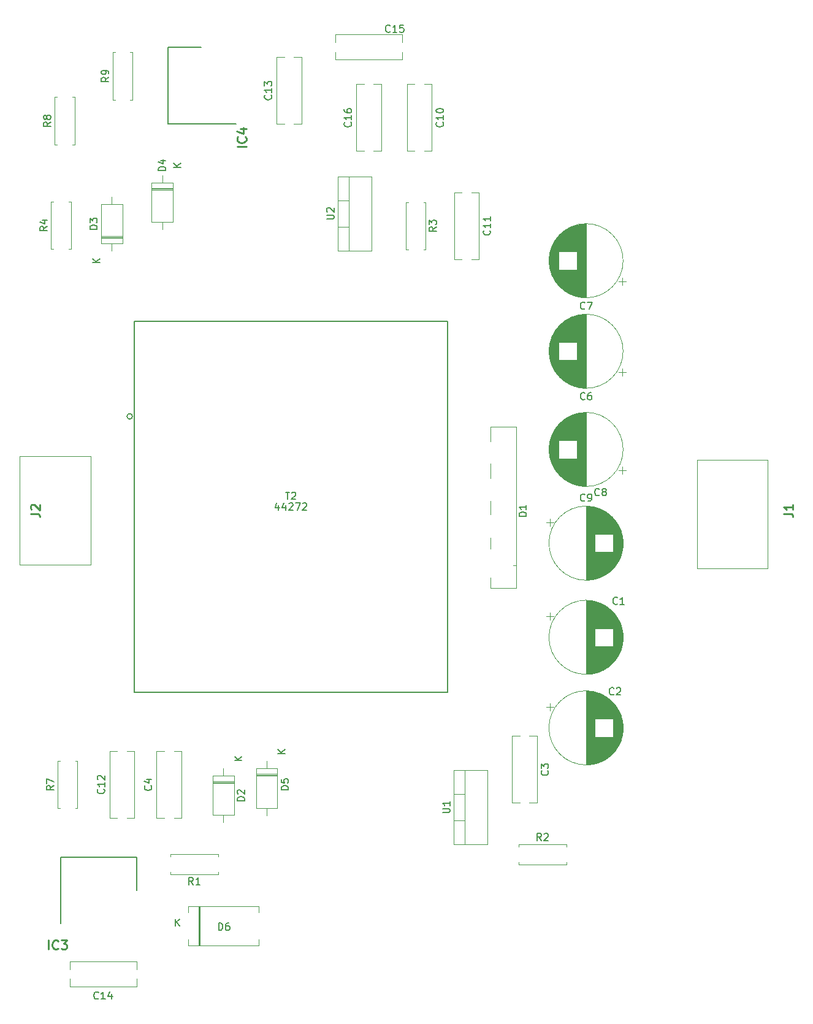
<source format=gbr>
%TF.GenerationSoftware,KiCad,Pcbnew,8.0.3*%
%TF.CreationDate,2025-01-03T10:39:23+05:30*%
%TF.ProjectId,DualPowerSupply5,4475616c-506f-4776-9572-537570706c79,rev?*%
%TF.SameCoordinates,Original*%
%TF.FileFunction,Legend,Top*%
%TF.FilePolarity,Positive*%
%FSLAX46Y46*%
G04 Gerber Fmt 4.6, Leading zero omitted, Abs format (unit mm)*
G04 Created by KiCad (PCBNEW 8.0.3) date 2025-01-03 10:39:23*
%MOMM*%
%LPD*%
G01*
G04 APERTURE LIST*
%ADD10C,0.150000*%
%ADD11C,0.254000*%
%ADD12C,0.120000*%
%ADD13C,0.100000*%
%ADD14C,0.152400*%
%ADD15C,0.200000*%
G04 APERTURE END LIST*
D10*
X112833333Y-112859580D02*
X112785714Y-112907200D01*
X112785714Y-112907200D02*
X112642857Y-112954819D01*
X112642857Y-112954819D02*
X112547619Y-112954819D01*
X112547619Y-112954819D02*
X112404762Y-112907200D01*
X112404762Y-112907200D02*
X112309524Y-112811961D01*
X112309524Y-112811961D02*
X112261905Y-112716723D01*
X112261905Y-112716723D02*
X112214286Y-112526247D01*
X112214286Y-112526247D02*
X112214286Y-112383390D01*
X112214286Y-112383390D02*
X112261905Y-112192914D01*
X112261905Y-112192914D02*
X112309524Y-112097676D01*
X112309524Y-112097676D02*
X112404762Y-112002438D01*
X112404762Y-112002438D02*
X112547619Y-111954819D01*
X112547619Y-111954819D02*
X112642857Y-111954819D01*
X112642857Y-111954819D02*
X112785714Y-112002438D01*
X112785714Y-112002438D02*
X112833333Y-112050057D01*
X113785714Y-112954819D02*
X113214286Y-112954819D01*
X113500000Y-112954819D02*
X113500000Y-111954819D01*
X113500000Y-111954819D02*
X113404762Y-112097676D01*
X113404762Y-112097676D02*
X113309524Y-112192914D01*
X113309524Y-112192914D02*
X113214286Y-112240533D01*
X72684819Y-59761904D02*
X73494342Y-59761904D01*
X73494342Y-59761904D02*
X73589580Y-59714285D01*
X73589580Y-59714285D02*
X73637200Y-59666666D01*
X73637200Y-59666666D02*
X73684819Y-59571428D01*
X73684819Y-59571428D02*
X73684819Y-59380952D01*
X73684819Y-59380952D02*
X73637200Y-59285714D01*
X73637200Y-59285714D02*
X73589580Y-59238095D01*
X73589580Y-59238095D02*
X73494342Y-59190476D01*
X73494342Y-59190476D02*
X72684819Y-59190476D01*
X72780057Y-58761904D02*
X72732438Y-58714285D01*
X72732438Y-58714285D02*
X72684819Y-58619047D01*
X72684819Y-58619047D02*
X72684819Y-58380952D01*
X72684819Y-58380952D02*
X72732438Y-58285714D01*
X72732438Y-58285714D02*
X72780057Y-58238095D01*
X72780057Y-58238095D02*
X72875295Y-58190476D01*
X72875295Y-58190476D02*
X72970533Y-58190476D01*
X72970533Y-58190476D02*
X73113390Y-58238095D01*
X73113390Y-58238095D02*
X73684819Y-58809523D01*
X73684819Y-58809523D02*
X73684819Y-58190476D01*
D11*
X135804318Y-100423332D02*
X136711461Y-100423332D01*
X136711461Y-100423332D02*
X136892889Y-100483809D01*
X136892889Y-100483809D02*
X137013842Y-100604761D01*
X137013842Y-100604761D02*
X137074318Y-100786190D01*
X137074318Y-100786190D02*
X137074318Y-100907142D01*
X137074318Y-99153332D02*
X137074318Y-99879047D01*
X137074318Y-99516190D02*
X135804318Y-99516190D01*
X135804318Y-99516190D02*
X135985746Y-99637142D01*
X135985746Y-99637142D02*
X136106699Y-99758094D01*
X136106699Y-99758094D02*
X136167175Y-99879047D01*
D10*
X54248333Y-151659819D02*
X53915000Y-151183628D01*
X53676905Y-151659819D02*
X53676905Y-150659819D01*
X53676905Y-150659819D02*
X54057857Y-150659819D01*
X54057857Y-150659819D02*
X54153095Y-150707438D01*
X54153095Y-150707438D02*
X54200714Y-150755057D01*
X54200714Y-150755057D02*
X54248333Y-150850295D01*
X54248333Y-150850295D02*
X54248333Y-150993152D01*
X54248333Y-150993152D02*
X54200714Y-151088390D01*
X54200714Y-151088390D02*
X54153095Y-151136009D01*
X54153095Y-151136009D02*
X54057857Y-151183628D01*
X54057857Y-151183628D02*
X53676905Y-151183628D01*
X55200714Y-151659819D02*
X54629286Y-151659819D01*
X54915000Y-151659819D02*
X54915000Y-150659819D01*
X54915000Y-150659819D02*
X54819762Y-150802676D01*
X54819762Y-150802676D02*
X54724524Y-150897914D01*
X54724524Y-150897914D02*
X54629286Y-150945533D01*
X66988097Y-97454819D02*
X67559525Y-97454819D01*
X67273811Y-98454819D02*
X67273811Y-97454819D01*
X67845240Y-97550057D02*
X67892859Y-97502438D01*
X67892859Y-97502438D02*
X67988097Y-97454819D01*
X67988097Y-97454819D02*
X68226192Y-97454819D01*
X68226192Y-97454819D02*
X68321430Y-97502438D01*
X68321430Y-97502438D02*
X68369049Y-97550057D01*
X68369049Y-97550057D02*
X68416668Y-97645295D01*
X68416668Y-97645295D02*
X68416668Y-97740533D01*
X68416668Y-97740533D02*
X68369049Y-97883390D01*
X68369049Y-97883390D02*
X67797621Y-98454819D01*
X67797621Y-98454819D02*
X68416668Y-98454819D01*
X66035716Y-99288212D02*
X66035716Y-99954879D01*
X65797621Y-98907260D02*
X65559526Y-99621545D01*
X65559526Y-99621545D02*
X66178573Y-99621545D01*
X66988097Y-99288212D02*
X66988097Y-99954879D01*
X66750002Y-98907260D02*
X66511907Y-99621545D01*
X66511907Y-99621545D02*
X67130954Y-99621545D01*
X67464288Y-99050117D02*
X67511907Y-99002498D01*
X67511907Y-99002498D02*
X67607145Y-98954879D01*
X67607145Y-98954879D02*
X67845240Y-98954879D01*
X67845240Y-98954879D02*
X67940478Y-99002498D01*
X67940478Y-99002498D02*
X67988097Y-99050117D01*
X67988097Y-99050117D02*
X68035716Y-99145355D01*
X68035716Y-99145355D02*
X68035716Y-99240593D01*
X68035716Y-99240593D02*
X67988097Y-99383450D01*
X67988097Y-99383450D02*
X67416669Y-99954879D01*
X67416669Y-99954879D02*
X68035716Y-99954879D01*
X68369050Y-98954879D02*
X69035716Y-98954879D01*
X69035716Y-98954879D02*
X68607145Y-99954879D01*
X69369050Y-99050117D02*
X69416669Y-99002498D01*
X69416669Y-99002498D02*
X69511907Y-98954879D01*
X69511907Y-98954879D02*
X69750002Y-98954879D01*
X69750002Y-98954879D02*
X69845240Y-99002498D01*
X69845240Y-99002498D02*
X69892859Y-99050117D01*
X69892859Y-99050117D02*
X69940478Y-99145355D01*
X69940478Y-99145355D02*
X69940478Y-99240593D01*
X69940478Y-99240593D02*
X69892859Y-99383450D01*
X69892859Y-99383450D02*
X69321431Y-99954879D01*
X69321431Y-99954879D02*
X69940478Y-99954879D01*
X48424580Y-138001666D02*
X48472200Y-138049285D01*
X48472200Y-138049285D02*
X48519819Y-138192142D01*
X48519819Y-138192142D02*
X48519819Y-138287380D01*
X48519819Y-138287380D02*
X48472200Y-138430237D01*
X48472200Y-138430237D02*
X48376961Y-138525475D01*
X48376961Y-138525475D02*
X48281723Y-138573094D01*
X48281723Y-138573094D02*
X48091247Y-138620713D01*
X48091247Y-138620713D02*
X47948390Y-138620713D01*
X47948390Y-138620713D02*
X47757914Y-138573094D01*
X47757914Y-138573094D02*
X47662676Y-138525475D01*
X47662676Y-138525475D02*
X47567438Y-138430237D01*
X47567438Y-138430237D02*
X47519819Y-138287380D01*
X47519819Y-138287380D02*
X47519819Y-138192142D01*
X47519819Y-138192142D02*
X47567438Y-138049285D01*
X47567438Y-138049285D02*
X47615057Y-138001666D01*
X47853152Y-137144523D02*
X48519819Y-137144523D01*
X47472200Y-137382618D02*
X48186485Y-137620713D01*
X48186485Y-137620713D02*
X48186485Y-137001666D01*
D11*
X34260237Y-160574318D02*
X34260237Y-159304318D01*
X35590714Y-160453365D02*
X35530238Y-160513842D01*
X35530238Y-160513842D02*
X35348809Y-160574318D01*
X35348809Y-160574318D02*
X35227857Y-160574318D01*
X35227857Y-160574318D02*
X35046428Y-160513842D01*
X35046428Y-160513842D02*
X34925476Y-160392889D01*
X34925476Y-160392889D02*
X34864999Y-160271937D01*
X34864999Y-160271937D02*
X34804523Y-160030032D01*
X34804523Y-160030032D02*
X34804523Y-159848603D01*
X34804523Y-159848603D02*
X34864999Y-159606699D01*
X34864999Y-159606699D02*
X34925476Y-159485746D01*
X34925476Y-159485746D02*
X35046428Y-159364794D01*
X35046428Y-159364794D02*
X35227857Y-159304318D01*
X35227857Y-159304318D02*
X35348809Y-159304318D01*
X35348809Y-159304318D02*
X35530238Y-159364794D01*
X35530238Y-159364794D02*
X35590714Y-159425270D01*
X36014047Y-159304318D02*
X36800238Y-159304318D01*
X36800238Y-159304318D02*
X36376904Y-159788127D01*
X36376904Y-159788127D02*
X36558333Y-159788127D01*
X36558333Y-159788127D02*
X36679285Y-159848603D01*
X36679285Y-159848603D02*
X36739761Y-159909080D01*
X36739761Y-159909080D02*
X36800238Y-160030032D01*
X36800238Y-160030032D02*
X36800238Y-160332413D01*
X36800238Y-160332413D02*
X36739761Y-160453365D01*
X36739761Y-160453365D02*
X36679285Y-160513842D01*
X36679285Y-160513842D02*
X36558333Y-160574318D01*
X36558333Y-160574318D02*
X36195476Y-160574318D01*
X36195476Y-160574318D02*
X36074523Y-160513842D01*
X36074523Y-160513842D02*
X36014047Y-160453365D01*
D10*
X110333333Y-97859580D02*
X110285714Y-97907200D01*
X110285714Y-97907200D02*
X110142857Y-97954819D01*
X110142857Y-97954819D02*
X110047619Y-97954819D01*
X110047619Y-97954819D02*
X109904762Y-97907200D01*
X109904762Y-97907200D02*
X109809524Y-97811961D01*
X109809524Y-97811961D02*
X109761905Y-97716723D01*
X109761905Y-97716723D02*
X109714286Y-97526247D01*
X109714286Y-97526247D02*
X109714286Y-97383390D01*
X109714286Y-97383390D02*
X109761905Y-97192914D01*
X109761905Y-97192914D02*
X109809524Y-97097676D01*
X109809524Y-97097676D02*
X109904762Y-97002438D01*
X109904762Y-97002438D02*
X110047619Y-96954819D01*
X110047619Y-96954819D02*
X110142857Y-96954819D01*
X110142857Y-96954819D02*
X110285714Y-97002438D01*
X110285714Y-97002438D02*
X110333333Y-97050057D01*
X110904762Y-97383390D02*
X110809524Y-97335771D01*
X110809524Y-97335771D02*
X110761905Y-97288152D01*
X110761905Y-97288152D02*
X110714286Y-97192914D01*
X110714286Y-97192914D02*
X110714286Y-97145295D01*
X110714286Y-97145295D02*
X110761905Y-97050057D01*
X110761905Y-97050057D02*
X110809524Y-97002438D01*
X110809524Y-97002438D02*
X110904762Y-96954819D01*
X110904762Y-96954819D02*
X111095238Y-96954819D01*
X111095238Y-96954819D02*
X111190476Y-97002438D01*
X111190476Y-97002438D02*
X111238095Y-97050057D01*
X111238095Y-97050057D02*
X111285714Y-97145295D01*
X111285714Y-97145295D02*
X111285714Y-97192914D01*
X111285714Y-97192914D02*
X111238095Y-97288152D01*
X111238095Y-97288152D02*
X111190476Y-97335771D01*
X111190476Y-97335771D02*
X111095238Y-97383390D01*
X111095238Y-97383390D02*
X110904762Y-97383390D01*
X110904762Y-97383390D02*
X110809524Y-97431009D01*
X110809524Y-97431009D02*
X110761905Y-97478628D01*
X110761905Y-97478628D02*
X110714286Y-97573866D01*
X110714286Y-97573866D02*
X110714286Y-97764342D01*
X110714286Y-97764342D02*
X110761905Y-97859580D01*
X110761905Y-97859580D02*
X110809524Y-97907200D01*
X110809524Y-97907200D02*
X110904762Y-97954819D01*
X110904762Y-97954819D02*
X111095238Y-97954819D01*
X111095238Y-97954819D02*
X111190476Y-97907200D01*
X111190476Y-97907200D02*
X111238095Y-97859580D01*
X111238095Y-97859580D02*
X111285714Y-97764342D01*
X111285714Y-97764342D02*
X111285714Y-97573866D01*
X111285714Y-97573866D02*
X111238095Y-97478628D01*
X111238095Y-97478628D02*
X111190476Y-97431009D01*
X111190476Y-97431009D02*
X111095238Y-97383390D01*
D11*
X31804318Y-100423332D02*
X32711461Y-100423332D01*
X32711461Y-100423332D02*
X32892889Y-100483809D01*
X32892889Y-100483809D02*
X33013842Y-100604761D01*
X33013842Y-100604761D02*
X33074318Y-100786190D01*
X33074318Y-100786190D02*
X33074318Y-100907142D01*
X31925270Y-99879047D02*
X31864794Y-99818571D01*
X31864794Y-99818571D02*
X31804318Y-99697618D01*
X31804318Y-99697618D02*
X31804318Y-99395237D01*
X31804318Y-99395237D02*
X31864794Y-99274285D01*
X31864794Y-99274285D02*
X31925270Y-99213809D01*
X31925270Y-99213809D02*
X32046222Y-99153332D01*
X32046222Y-99153332D02*
X32167175Y-99153332D01*
X32167175Y-99153332D02*
X32348603Y-99213809D01*
X32348603Y-99213809D02*
X33074318Y-99939523D01*
X33074318Y-99939523D02*
X33074318Y-99153332D01*
D10*
X108333333Y-84609580D02*
X108285714Y-84657200D01*
X108285714Y-84657200D02*
X108142857Y-84704819D01*
X108142857Y-84704819D02*
X108047619Y-84704819D01*
X108047619Y-84704819D02*
X107904762Y-84657200D01*
X107904762Y-84657200D02*
X107809524Y-84561961D01*
X107809524Y-84561961D02*
X107761905Y-84466723D01*
X107761905Y-84466723D02*
X107714286Y-84276247D01*
X107714286Y-84276247D02*
X107714286Y-84133390D01*
X107714286Y-84133390D02*
X107761905Y-83942914D01*
X107761905Y-83942914D02*
X107809524Y-83847676D01*
X107809524Y-83847676D02*
X107904762Y-83752438D01*
X107904762Y-83752438D02*
X108047619Y-83704819D01*
X108047619Y-83704819D02*
X108142857Y-83704819D01*
X108142857Y-83704819D02*
X108285714Y-83752438D01*
X108285714Y-83752438D02*
X108333333Y-83800057D01*
X109190476Y-83704819D02*
X109000000Y-83704819D01*
X109000000Y-83704819D02*
X108904762Y-83752438D01*
X108904762Y-83752438D02*
X108857143Y-83800057D01*
X108857143Y-83800057D02*
X108761905Y-83942914D01*
X108761905Y-83942914D02*
X108714286Y-84133390D01*
X108714286Y-84133390D02*
X108714286Y-84514342D01*
X108714286Y-84514342D02*
X108761905Y-84609580D01*
X108761905Y-84609580D02*
X108809524Y-84657200D01*
X108809524Y-84657200D02*
X108904762Y-84704819D01*
X108904762Y-84704819D02*
X109095238Y-84704819D01*
X109095238Y-84704819D02*
X109190476Y-84657200D01*
X109190476Y-84657200D02*
X109238095Y-84609580D01*
X109238095Y-84609580D02*
X109285714Y-84514342D01*
X109285714Y-84514342D02*
X109285714Y-84276247D01*
X109285714Y-84276247D02*
X109238095Y-84181009D01*
X109238095Y-84181009D02*
X109190476Y-84133390D01*
X109190476Y-84133390D02*
X109095238Y-84085771D01*
X109095238Y-84085771D02*
X108904762Y-84085771D01*
X108904762Y-84085771D02*
X108809524Y-84133390D01*
X108809524Y-84133390D02*
X108761905Y-84181009D01*
X108761905Y-84181009D02*
X108714286Y-84276247D01*
X34084819Y-60776666D02*
X33608628Y-61109999D01*
X34084819Y-61348094D02*
X33084819Y-61348094D01*
X33084819Y-61348094D02*
X33084819Y-60967142D01*
X33084819Y-60967142D02*
X33132438Y-60871904D01*
X33132438Y-60871904D02*
X33180057Y-60824285D01*
X33180057Y-60824285D02*
X33275295Y-60776666D01*
X33275295Y-60776666D02*
X33418152Y-60776666D01*
X33418152Y-60776666D02*
X33513390Y-60824285D01*
X33513390Y-60824285D02*
X33561009Y-60871904D01*
X33561009Y-60871904D02*
X33608628Y-60967142D01*
X33608628Y-60967142D02*
X33608628Y-61348094D01*
X33418152Y-59919523D02*
X34084819Y-59919523D01*
X33037200Y-60157618D02*
X33751485Y-60395713D01*
X33751485Y-60395713D02*
X33751485Y-59776666D01*
X88684819Y-141721904D02*
X89494342Y-141721904D01*
X89494342Y-141721904D02*
X89589580Y-141674285D01*
X89589580Y-141674285D02*
X89637200Y-141626666D01*
X89637200Y-141626666D02*
X89684819Y-141531428D01*
X89684819Y-141531428D02*
X89684819Y-141340952D01*
X89684819Y-141340952D02*
X89637200Y-141245714D01*
X89637200Y-141245714D02*
X89589580Y-141198095D01*
X89589580Y-141198095D02*
X89494342Y-141150476D01*
X89494342Y-141150476D02*
X88684819Y-141150476D01*
X89684819Y-140150476D02*
X89684819Y-140721904D01*
X89684819Y-140436190D02*
X88684819Y-140436190D01*
X88684819Y-140436190D02*
X88827676Y-140531428D01*
X88827676Y-140531428D02*
X88922914Y-140626666D01*
X88922914Y-140626666D02*
X88970533Y-140721904D01*
X76009580Y-46392857D02*
X76057200Y-46440476D01*
X76057200Y-46440476D02*
X76104819Y-46583333D01*
X76104819Y-46583333D02*
X76104819Y-46678571D01*
X76104819Y-46678571D02*
X76057200Y-46821428D01*
X76057200Y-46821428D02*
X75961961Y-46916666D01*
X75961961Y-46916666D02*
X75866723Y-46964285D01*
X75866723Y-46964285D02*
X75676247Y-47011904D01*
X75676247Y-47011904D02*
X75533390Y-47011904D01*
X75533390Y-47011904D02*
X75342914Y-46964285D01*
X75342914Y-46964285D02*
X75247676Y-46916666D01*
X75247676Y-46916666D02*
X75152438Y-46821428D01*
X75152438Y-46821428D02*
X75104819Y-46678571D01*
X75104819Y-46678571D02*
X75104819Y-46583333D01*
X75104819Y-46583333D02*
X75152438Y-46440476D01*
X75152438Y-46440476D02*
X75200057Y-46392857D01*
X76104819Y-45440476D02*
X76104819Y-46011904D01*
X76104819Y-45726190D02*
X75104819Y-45726190D01*
X75104819Y-45726190D02*
X75247676Y-45821428D01*
X75247676Y-45821428D02*
X75342914Y-45916666D01*
X75342914Y-45916666D02*
X75390533Y-46011904D01*
X75104819Y-44583333D02*
X75104819Y-44773809D01*
X75104819Y-44773809D02*
X75152438Y-44869047D01*
X75152438Y-44869047D02*
X75200057Y-44916666D01*
X75200057Y-44916666D02*
X75342914Y-45011904D01*
X75342914Y-45011904D02*
X75533390Y-45059523D01*
X75533390Y-45059523D02*
X75914342Y-45059523D01*
X75914342Y-45059523D02*
X76009580Y-45011904D01*
X76009580Y-45011904D02*
X76057200Y-44964285D01*
X76057200Y-44964285D02*
X76104819Y-44869047D01*
X76104819Y-44869047D02*
X76104819Y-44678571D01*
X76104819Y-44678571D02*
X76057200Y-44583333D01*
X76057200Y-44583333D02*
X76009580Y-44535714D01*
X76009580Y-44535714D02*
X75914342Y-44488095D01*
X75914342Y-44488095D02*
X75676247Y-44488095D01*
X75676247Y-44488095D02*
X75581009Y-44535714D01*
X75581009Y-44535714D02*
X75533390Y-44583333D01*
X75533390Y-44583333D02*
X75485771Y-44678571D01*
X75485771Y-44678571D02*
X75485771Y-44869047D01*
X75485771Y-44869047D02*
X75533390Y-44964285D01*
X75533390Y-44964285D02*
X75581009Y-45011904D01*
X75581009Y-45011904D02*
X75676247Y-45059523D01*
X102333333Y-145584819D02*
X102000000Y-145108628D01*
X101761905Y-145584819D02*
X101761905Y-144584819D01*
X101761905Y-144584819D02*
X102142857Y-144584819D01*
X102142857Y-144584819D02*
X102238095Y-144632438D01*
X102238095Y-144632438D02*
X102285714Y-144680057D01*
X102285714Y-144680057D02*
X102333333Y-144775295D01*
X102333333Y-144775295D02*
X102333333Y-144918152D01*
X102333333Y-144918152D02*
X102285714Y-145013390D01*
X102285714Y-145013390D02*
X102238095Y-145061009D01*
X102238095Y-145061009D02*
X102142857Y-145108628D01*
X102142857Y-145108628D02*
X101761905Y-145108628D01*
X102714286Y-144680057D02*
X102761905Y-144632438D01*
X102761905Y-144632438D02*
X102857143Y-144584819D01*
X102857143Y-144584819D02*
X103095238Y-144584819D01*
X103095238Y-144584819D02*
X103190476Y-144632438D01*
X103190476Y-144632438D02*
X103238095Y-144680057D01*
X103238095Y-144680057D02*
X103285714Y-144775295D01*
X103285714Y-144775295D02*
X103285714Y-144870533D01*
X103285714Y-144870533D02*
X103238095Y-145013390D01*
X103238095Y-145013390D02*
X102666667Y-145584819D01*
X102666667Y-145584819D02*
X103285714Y-145584819D01*
X61339819Y-140073094D02*
X60339819Y-140073094D01*
X60339819Y-140073094D02*
X60339819Y-139834999D01*
X60339819Y-139834999D02*
X60387438Y-139692142D01*
X60387438Y-139692142D02*
X60482676Y-139596904D01*
X60482676Y-139596904D02*
X60577914Y-139549285D01*
X60577914Y-139549285D02*
X60768390Y-139501666D01*
X60768390Y-139501666D02*
X60911247Y-139501666D01*
X60911247Y-139501666D02*
X61101723Y-139549285D01*
X61101723Y-139549285D02*
X61196961Y-139596904D01*
X61196961Y-139596904D02*
X61292200Y-139692142D01*
X61292200Y-139692142D02*
X61339819Y-139834999D01*
X61339819Y-139834999D02*
X61339819Y-140073094D01*
X60435057Y-139120713D02*
X60387438Y-139073094D01*
X60387438Y-139073094D02*
X60339819Y-138977856D01*
X60339819Y-138977856D02*
X60339819Y-138739761D01*
X60339819Y-138739761D02*
X60387438Y-138644523D01*
X60387438Y-138644523D02*
X60435057Y-138596904D01*
X60435057Y-138596904D02*
X60530295Y-138549285D01*
X60530295Y-138549285D02*
X60625533Y-138549285D01*
X60625533Y-138549285D02*
X60768390Y-138596904D01*
X60768390Y-138596904D02*
X61339819Y-139168332D01*
X61339819Y-139168332D02*
X61339819Y-138549285D01*
X60969819Y-134516904D02*
X59969819Y-134516904D01*
X60969819Y-133945476D02*
X60398390Y-134374047D01*
X59969819Y-133945476D02*
X60541247Y-134516904D01*
D11*
X61574318Y-49739762D02*
X60304318Y-49739762D01*
X61453365Y-48409285D02*
X61513842Y-48469761D01*
X61513842Y-48469761D02*
X61574318Y-48651190D01*
X61574318Y-48651190D02*
X61574318Y-48772142D01*
X61574318Y-48772142D02*
X61513842Y-48953571D01*
X61513842Y-48953571D02*
X61392889Y-49074523D01*
X61392889Y-49074523D02*
X61271937Y-49135000D01*
X61271937Y-49135000D02*
X61030032Y-49195476D01*
X61030032Y-49195476D02*
X60848603Y-49195476D01*
X60848603Y-49195476D02*
X60606699Y-49135000D01*
X60606699Y-49135000D02*
X60485746Y-49074523D01*
X60485746Y-49074523D02*
X60364794Y-48953571D01*
X60364794Y-48953571D02*
X60304318Y-48772142D01*
X60304318Y-48772142D02*
X60304318Y-48651190D01*
X60304318Y-48651190D02*
X60364794Y-48469761D01*
X60364794Y-48469761D02*
X60425270Y-48409285D01*
X60727651Y-47320714D02*
X61574318Y-47320714D01*
X60243842Y-47623095D02*
X61150984Y-47925476D01*
X61150984Y-47925476D02*
X61150984Y-47139285D01*
D10*
X108333333Y-72109580D02*
X108285714Y-72157200D01*
X108285714Y-72157200D02*
X108142857Y-72204819D01*
X108142857Y-72204819D02*
X108047619Y-72204819D01*
X108047619Y-72204819D02*
X107904762Y-72157200D01*
X107904762Y-72157200D02*
X107809524Y-72061961D01*
X107809524Y-72061961D02*
X107761905Y-71966723D01*
X107761905Y-71966723D02*
X107714286Y-71776247D01*
X107714286Y-71776247D02*
X107714286Y-71633390D01*
X107714286Y-71633390D02*
X107761905Y-71442914D01*
X107761905Y-71442914D02*
X107809524Y-71347676D01*
X107809524Y-71347676D02*
X107904762Y-71252438D01*
X107904762Y-71252438D02*
X108047619Y-71204819D01*
X108047619Y-71204819D02*
X108142857Y-71204819D01*
X108142857Y-71204819D02*
X108285714Y-71252438D01*
X108285714Y-71252438D02*
X108333333Y-71300057D01*
X108666667Y-71204819D02*
X109333333Y-71204819D01*
X109333333Y-71204819D02*
X108904762Y-72204819D01*
X88709580Y-46392857D02*
X88757200Y-46440476D01*
X88757200Y-46440476D02*
X88804819Y-46583333D01*
X88804819Y-46583333D02*
X88804819Y-46678571D01*
X88804819Y-46678571D02*
X88757200Y-46821428D01*
X88757200Y-46821428D02*
X88661961Y-46916666D01*
X88661961Y-46916666D02*
X88566723Y-46964285D01*
X88566723Y-46964285D02*
X88376247Y-47011904D01*
X88376247Y-47011904D02*
X88233390Y-47011904D01*
X88233390Y-47011904D02*
X88042914Y-46964285D01*
X88042914Y-46964285D02*
X87947676Y-46916666D01*
X87947676Y-46916666D02*
X87852438Y-46821428D01*
X87852438Y-46821428D02*
X87804819Y-46678571D01*
X87804819Y-46678571D02*
X87804819Y-46583333D01*
X87804819Y-46583333D02*
X87852438Y-46440476D01*
X87852438Y-46440476D02*
X87900057Y-46392857D01*
X88804819Y-45440476D02*
X88804819Y-46011904D01*
X88804819Y-45726190D02*
X87804819Y-45726190D01*
X87804819Y-45726190D02*
X87947676Y-45821428D01*
X87947676Y-45821428D02*
X88042914Y-45916666D01*
X88042914Y-45916666D02*
X88090533Y-46011904D01*
X87804819Y-44821428D02*
X87804819Y-44726190D01*
X87804819Y-44726190D02*
X87852438Y-44630952D01*
X87852438Y-44630952D02*
X87900057Y-44583333D01*
X87900057Y-44583333D02*
X87995295Y-44535714D01*
X87995295Y-44535714D02*
X88185771Y-44488095D01*
X88185771Y-44488095D02*
X88423866Y-44488095D01*
X88423866Y-44488095D02*
X88614342Y-44535714D01*
X88614342Y-44535714D02*
X88709580Y-44583333D01*
X88709580Y-44583333D02*
X88757200Y-44630952D01*
X88757200Y-44630952D02*
X88804819Y-44726190D01*
X88804819Y-44726190D02*
X88804819Y-44821428D01*
X88804819Y-44821428D02*
X88757200Y-44916666D01*
X88757200Y-44916666D02*
X88709580Y-44964285D01*
X88709580Y-44964285D02*
X88614342Y-45011904D01*
X88614342Y-45011904D02*
X88423866Y-45059523D01*
X88423866Y-45059523D02*
X88185771Y-45059523D01*
X88185771Y-45059523D02*
X87995295Y-45011904D01*
X87995295Y-45011904D02*
X87900057Y-44964285D01*
X87900057Y-44964285D02*
X87852438Y-44916666D01*
X87852438Y-44916666D02*
X87804819Y-44821428D01*
X42584819Y-40166666D02*
X42108628Y-40499999D01*
X42584819Y-40738094D02*
X41584819Y-40738094D01*
X41584819Y-40738094D02*
X41584819Y-40357142D01*
X41584819Y-40357142D02*
X41632438Y-40261904D01*
X41632438Y-40261904D02*
X41680057Y-40214285D01*
X41680057Y-40214285D02*
X41775295Y-40166666D01*
X41775295Y-40166666D02*
X41918152Y-40166666D01*
X41918152Y-40166666D02*
X42013390Y-40214285D01*
X42013390Y-40214285D02*
X42061009Y-40261904D01*
X42061009Y-40261904D02*
X42108628Y-40357142D01*
X42108628Y-40357142D02*
X42108628Y-40738094D01*
X42584819Y-39690475D02*
X42584819Y-39499999D01*
X42584819Y-39499999D02*
X42537200Y-39404761D01*
X42537200Y-39404761D02*
X42489580Y-39357142D01*
X42489580Y-39357142D02*
X42346723Y-39261904D01*
X42346723Y-39261904D02*
X42156247Y-39214285D01*
X42156247Y-39214285D02*
X41775295Y-39214285D01*
X41775295Y-39214285D02*
X41680057Y-39261904D01*
X41680057Y-39261904D02*
X41632438Y-39309523D01*
X41632438Y-39309523D02*
X41584819Y-39404761D01*
X41584819Y-39404761D02*
X41584819Y-39595237D01*
X41584819Y-39595237D02*
X41632438Y-39690475D01*
X41632438Y-39690475D02*
X41680057Y-39738094D01*
X41680057Y-39738094D02*
X41775295Y-39785713D01*
X41775295Y-39785713D02*
X42013390Y-39785713D01*
X42013390Y-39785713D02*
X42108628Y-39738094D01*
X42108628Y-39738094D02*
X42156247Y-39690475D01*
X42156247Y-39690475D02*
X42203866Y-39595237D01*
X42203866Y-39595237D02*
X42203866Y-39404761D01*
X42203866Y-39404761D02*
X42156247Y-39309523D01*
X42156247Y-39309523D02*
X42108628Y-39261904D01*
X42108628Y-39261904D02*
X42013390Y-39214285D01*
X108333333Y-98609580D02*
X108285714Y-98657200D01*
X108285714Y-98657200D02*
X108142857Y-98704819D01*
X108142857Y-98704819D02*
X108047619Y-98704819D01*
X108047619Y-98704819D02*
X107904762Y-98657200D01*
X107904762Y-98657200D02*
X107809524Y-98561961D01*
X107809524Y-98561961D02*
X107761905Y-98466723D01*
X107761905Y-98466723D02*
X107714286Y-98276247D01*
X107714286Y-98276247D02*
X107714286Y-98133390D01*
X107714286Y-98133390D02*
X107761905Y-97942914D01*
X107761905Y-97942914D02*
X107809524Y-97847676D01*
X107809524Y-97847676D02*
X107904762Y-97752438D01*
X107904762Y-97752438D02*
X108047619Y-97704819D01*
X108047619Y-97704819D02*
X108142857Y-97704819D01*
X108142857Y-97704819D02*
X108285714Y-97752438D01*
X108285714Y-97752438D02*
X108333333Y-97800057D01*
X108809524Y-98704819D02*
X109000000Y-98704819D01*
X109000000Y-98704819D02*
X109095238Y-98657200D01*
X109095238Y-98657200D02*
X109142857Y-98609580D01*
X109142857Y-98609580D02*
X109238095Y-98466723D01*
X109238095Y-98466723D02*
X109285714Y-98276247D01*
X109285714Y-98276247D02*
X109285714Y-97895295D01*
X109285714Y-97895295D02*
X109238095Y-97800057D01*
X109238095Y-97800057D02*
X109190476Y-97752438D01*
X109190476Y-97752438D02*
X109095238Y-97704819D01*
X109095238Y-97704819D02*
X108904762Y-97704819D01*
X108904762Y-97704819D02*
X108809524Y-97752438D01*
X108809524Y-97752438D02*
X108761905Y-97800057D01*
X108761905Y-97800057D02*
X108714286Y-97895295D01*
X108714286Y-97895295D02*
X108714286Y-98133390D01*
X108714286Y-98133390D02*
X108761905Y-98228628D01*
X108761905Y-98228628D02*
X108809524Y-98276247D01*
X108809524Y-98276247D02*
X108904762Y-98323866D01*
X108904762Y-98323866D02*
X109095238Y-98323866D01*
X109095238Y-98323866D02*
X109190476Y-98276247D01*
X109190476Y-98276247D02*
X109238095Y-98228628D01*
X109238095Y-98228628D02*
X109285714Y-98133390D01*
X81437142Y-33859580D02*
X81389523Y-33907200D01*
X81389523Y-33907200D02*
X81246666Y-33954819D01*
X81246666Y-33954819D02*
X81151428Y-33954819D01*
X81151428Y-33954819D02*
X81008571Y-33907200D01*
X81008571Y-33907200D02*
X80913333Y-33811961D01*
X80913333Y-33811961D02*
X80865714Y-33716723D01*
X80865714Y-33716723D02*
X80818095Y-33526247D01*
X80818095Y-33526247D02*
X80818095Y-33383390D01*
X80818095Y-33383390D02*
X80865714Y-33192914D01*
X80865714Y-33192914D02*
X80913333Y-33097676D01*
X80913333Y-33097676D02*
X81008571Y-33002438D01*
X81008571Y-33002438D02*
X81151428Y-32954819D01*
X81151428Y-32954819D02*
X81246666Y-32954819D01*
X81246666Y-32954819D02*
X81389523Y-33002438D01*
X81389523Y-33002438D02*
X81437142Y-33050057D01*
X82389523Y-33954819D02*
X81818095Y-33954819D01*
X82103809Y-33954819D02*
X82103809Y-32954819D01*
X82103809Y-32954819D02*
X82008571Y-33097676D01*
X82008571Y-33097676D02*
X81913333Y-33192914D01*
X81913333Y-33192914D02*
X81818095Y-33240533D01*
X83294285Y-32954819D02*
X82818095Y-32954819D01*
X82818095Y-32954819D02*
X82770476Y-33431009D01*
X82770476Y-33431009D02*
X82818095Y-33383390D01*
X82818095Y-33383390D02*
X82913333Y-33335771D01*
X82913333Y-33335771D02*
X83151428Y-33335771D01*
X83151428Y-33335771D02*
X83246666Y-33383390D01*
X83246666Y-33383390D02*
X83294285Y-33431009D01*
X83294285Y-33431009D02*
X83341904Y-33526247D01*
X83341904Y-33526247D02*
X83341904Y-33764342D01*
X83341904Y-33764342D02*
X83294285Y-33859580D01*
X83294285Y-33859580D02*
X83246666Y-33907200D01*
X83246666Y-33907200D02*
X83151428Y-33954819D01*
X83151428Y-33954819D02*
X82913333Y-33954819D01*
X82913333Y-33954819D02*
X82818095Y-33907200D01*
X82818095Y-33907200D02*
X82770476Y-33859580D01*
X40984819Y-61158094D02*
X39984819Y-61158094D01*
X39984819Y-61158094D02*
X39984819Y-60919999D01*
X39984819Y-60919999D02*
X40032438Y-60777142D01*
X40032438Y-60777142D02*
X40127676Y-60681904D01*
X40127676Y-60681904D02*
X40222914Y-60634285D01*
X40222914Y-60634285D02*
X40413390Y-60586666D01*
X40413390Y-60586666D02*
X40556247Y-60586666D01*
X40556247Y-60586666D02*
X40746723Y-60634285D01*
X40746723Y-60634285D02*
X40841961Y-60681904D01*
X40841961Y-60681904D02*
X40937200Y-60777142D01*
X40937200Y-60777142D02*
X40984819Y-60919999D01*
X40984819Y-60919999D02*
X40984819Y-61158094D01*
X39984819Y-60253332D02*
X39984819Y-59634285D01*
X39984819Y-59634285D02*
X40365771Y-59967618D01*
X40365771Y-59967618D02*
X40365771Y-59824761D01*
X40365771Y-59824761D02*
X40413390Y-59729523D01*
X40413390Y-59729523D02*
X40461009Y-59681904D01*
X40461009Y-59681904D02*
X40556247Y-59634285D01*
X40556247Y-59634285D02*
X40794342Y-59634285D01*
X40794342Y-59634285D02*
X40889580Y-59681904D01*
X40889580Y-59681904D02*
X40937200Y-59729523D01*
X40937200Y-59729523D02*
X40984819Y-59824761D01*
X40984819Y-59824761D02*
X40984819Y-60110475D01*
X40984819Y-60110475D02*
X40937200Y-60205713D01*
X40937200Y-60205713D02*
X40889580Y-60253332D01*
X41354819Y-65761904D02*
X40354819Y-65761904D01*
X41354819Y-65190476D02*
X40783390Y-65619047D01*
X40354819Y-65190476D02*
X40926247Y-65761904D01*
X34999819Y-138001666D02*
X34523628Y-138334999D01*
X34999819Y-138573094D02*
X33999819Y-138573094D01*
X33999819Y-138573094D02*
X33999819Y-138192142D01*
X33999819Y-138192142D02*
X34047438Y-138096904D01*
X34047438Y-138096904D02*
X34095057Y-138049285D01*
X34095057Y-138049285D02*
X34190295Y-138001666D01*
X34190295Y-138001666D02*
X34333152Y-138001666D01*
X34333152Y-138001666D02*
X34428390Y-138049285D01*
X34428390Y-138049285D02*
X34476009Y-138096904D01*
X34476009Y-138096904D02*
X34523628Y-138192142D01*
X34523628Y-138192142D02*
X34523628Y-138573094D01*
X33999819Y-137668332D02*
X33999819Y-137001666D01*
X33999819Y-137001666D02*
X34999819Y-137430237D01*
X50454819Y-53078094D02*
X49454819Y-53078094D01*
X49454819Y-53078094D02*
X49454819Y-52839999D01*
X49454819Y-52839999D02*
X49502438Y-52697142D01*
X49502438Y-52697142D02*
X49597676Y-52601904D01*
X49597676Y-52601904D02*
X49692914Y-52554285D01*
X49692914Y-52554285D02*
X49883390Y-52506666D01*
X49883390Y-52506666D02*
X50026247Y-52506666D01*
X50026247Y-52506666D02*
X50216723Y-52554285D01*
X50216723Y-52554285D02*
X50311961Y-52601904D01*
X50311961Y-52601904D02*
X50407200Y-52697142D01*
X50407200Y-52697142D02*
X50454819Y-52839999D01*
X50454819Y-52839999D02*
X50454819Y-53078094D01*
X49788152Y-51649523D02*
X50454819Y-51649523D01*
X49407200Y-51887618D02*
X50121485Y-52125713D01*
X50121485Y-52125713D02*
X50121485Y-51506666D01*
X52554819Y-52601904D02*
X51554819Y-52601904D01*
X52554819Y-52030476D02*
X51983390Y-52459047D01*
X51554819Y-52030476D02*
X52126247Y-52601904D01*
X34584819Y-46356666D02*
X34108628Y-46689999D01*
X34584819Y-46928094D02*
X33584819Y-46928094D01*
X33584819Y-46928094D02*
X33584819Y-46547142D01*
X33584819Y-46547142D02*
X33632438Y-46451904D01*
X33632438Y-46451904D02*
X33680057Y-46404285D01*
X33680057Y-46404285D02*
X33775295Y-46356666D01*
X33775295Y-46356666D02*
X33918152Y-46356666D01*
X33918152Y-46356666D02*
X34013390Y-46404285D01*
X34013390Y-46404285D02*
X34061009Y-46451904D01*
X34061009Y-46451904D02*
X34108628Y-46547142D01*
X34108628Y-46547142D02*
X34108628Y-46928094D01*
X34013390Y-45785237D02*
X33965771Y-45880475D01*
X33965771Y-45880475D02*
X33918152Y-45928094D01*
X33918152Y-45928094D02*
X33822914Y-45975713D01*
X33822914Y-45975713D02*
X33775295Y-45975713D01*
X33775295Y-45975713D02*
X33680057Y-45928094D01*
X33680057Y-45928094D02*
X33632438Y-45880475D01*
X33632438Y-45880475D02*
X33584819Y-45785237D01*
X33584819Y-45785237D02*
X33584819Y-45594761D01*
X33584819Y-45594761D02*
X33632438Y-45499523D01*
X33632438Y-45499523D02*
X33680057Y-45451904D01*
X33680057Y-45451904D02*
X33775295Y-45404285D01*
X33775295Y-45404285D02*
X33822914Y-45404285D01*
X33822914Y-45404285D02*
X33918152Y-45451904D01*
X33918152Y-45451904D02*
X33965771Y-45499523D01*
X33965771Y-45499523D02*
X34013390Y-45594761D01*
X34013390Y-45594761D02*
X34013390Y-45785237D01*
X34013390Y-45785237D02*
X34061009Y-45880475D01*
X34061009Y-45880475D02*
X34108628Y-45928094D01*
X34108628Y-45928094D02*
X34203866Y-45975713D01*
X34203866Y-45975713D02*
X34394342Y-45975713D01*
X34394342Y-45975713D02*
X34489580Y-45928094D01*
X34489580Y-45928094D02*
X34537200Y-45880475D01*
X34537200Y-45880475D02*
X34584819Y-45785237D01*
X34584819Y-45785237D02*
X34584819Y-45594761D01*
X34584819Y-45594761D02*
X34537200Y-45499523D01*
X34537200Y-45499523D02*
X34489580Y-45451904D01*
X34489580Y-45451904D02*
X34394342Y-45404285D01*
X34394342Y-45404285D02*
X34203866Y-45404285D01*
X34203866Y-45404285D02*
X34108628Y-45451904D01*
X34108628Y-45451904D02*
X34061009Y-45499523D01*
X34061009Y-45499523D02*
X34013390Y-45594761D01*
X41924580Y-138477857D02*
X41972200Y-138525476D01*
X41972200Y-138525476D02*
X42019819Y-138668333D01*
X42019819Y-138668333D02*
X42019819Y-138763571D01*
X42019819Y-138763571D02*
X41972200Y-138906428D01*
X41972200Y-138906428D02*
X41876961Y-139001666D01*
X41876961Y-139001666D02*
X41781723Y-139049285D01*
X41781723Y-139049285D02*
X41591247Y-139096904D01*
X41591247Y-139096904D02*
X41448390Y-139096904D01*
X41448390Y-139096904D02*
X41257914Y-139049285D01*
X41257914Y-139049285D02*
X41162676Y-139001666D01*
X41162676Y-139001666D02*
X41067438Y-138906428D01*
X41067438Y-138906428D02*
X41019819Y-138763571D01*
X41019819Y-138763571D02*
X41019819Y-138668333D01*
X41019819Y-138668333D02*
X41067438Y-138525476D01*
X41067438Y-138525476D02*
X41115057Y-138477857D01*
X42019819Y-137525476D02*
X42019819Y-138096904D01*
X42019819Y-137811190D02*
X41019819Y-137811190D01*
X41019819Y-137811190D02*
X41162676Y-137906428D01*
X41162676Y-137906428D02*
X41257914Y-138001666D01*
X41257914Y-138001666D02*
X41305533Y-138096904D01*
X41115057Y-137144523D02*
X41067438Y-137096904D01*
X41067438Y-137096904D02*
X41019819Y-137001666D01*
X41019819Y-137001666D02*
X41019819Y-136763571D01*
X41019819Y-136763571D02*
X41067438Y-136668333D01*
X41067438Y-136668333D02*
X41115057Y-136620714D01*
X41115057Y-136620714D02*
X41210295Y-136573095D01*
X41210295Y-136573095D02*
X41305533Y-136573095D01*
X41305533Y-136573095D02*
X41448390Y-136620714D01*
X41448390Y-136620714D02*
X42019819Y-137192142D01*
X42019819Y-137192142D02*
X42019819Y-136573095D01*
X67399819Y-138573094D02*
X66399819Y-138573094D01*
X66399819Y-138573094D02*
X66399819Y-138334999D01*
X66399819Y-138334999D02*
X66447438Y-138192142D01*
X66447438Y-138192142D02*
X66542676Y-138096904D01*
X66542676Y-138096904D02*
X66637914Y-138049285D01*
X66637914Y-138049285D02*
X66828390Y-138001666D01*
X66828390Y-138001666D02*
X66971247Y-138001666D01*
X66971247Y-138001666D02*
X67161723Y-138049285D01*
X67161723Y-138049285D02*
X67256961Y-138096904D01*
X67256961Y-138096904D02*
X67352200Y-138192142D01*
X67352200Y-138192142D02*
X67399819Y-138334999D01*
X67399819Y-138334999D02*
X67399819Y-138573094D01*
X66399819Y-137096904D02*
X66399819Y-137573094D01*
X66399819Y-137573094D02*
X66876009Y-137620713D01*
X66876009Y-137620713D02*
X66828390Y-137573094D01*
X66828390Y-137573094D02*
X66780771Y-137477856D01*
X66780771Y-137477856D02*
X66780771Y-137239761D01*
X66780771Y-137239761D02*
X66828390Y-137144523D01*
X66828390Y-137144523D02*
X66876009Y-137096904D01*
X66876009Y-137096904D02*
X66971247Y-137049285D01*
X66971247Y-137049285D02*
X67209342Y-137049285D01*
X67209342Y-137049285D02*
X67304580Y-137096904D01*
X67304580Y-137096904D02*
X67352200Y-137144523D01*
X67352200Y-137144523D02*
X67399819Y-137239761D01*
X67399819Y-137239761D02*
X67399819Y-137477856D01*
X67399819Y-137477856D02*
X67352200Y-137573094D01*
X67352200Y-137573094D02*
X67304580Y-137620713D01*
X66969819Y-133516904D02*
X65969819Y-133516904D01*
X66969819Y-132945476D02*
X66398390Y-133374047D01*
X65969819Y-132945476D02*
X66541247Y-133516904D01*
X87824819Y-60856666D02*
X87348628Y-61189999D01*
X87824819Y-61428094D02*
X86824819Y-61428094D01*
X86824819Y-61428094D02*
X86824819Y-61047142D01*
X86824819Y-61047142D02*
X86872438Y-60951904D01*
X86872438Y-60951904D02*
X86920057Y-60904285D01*
X86920057Y-60904285D02*
X87015295Y-60856666D01*
X87015295Y-60856666D02*
X87158152Y-60856666D01*
X87158152Y-60856666D02*
X87253390Y-60904285D01*
X87253390Y-60904285D02*
X87301009Y-60951904D01*
X87301009Y-60951904D02*
X87348628Y-61047142D01*
X87348628Y-61047142D02*
X87348628Y-61428094D01*
X86824819Y-60523332D02*
X86824819Y-59904285D01*
X86824819Y-59904285D02*
X87205771Y-60237618D01*
X87205771Y-60237618D02*
X87205771Y-60094761D01*
X87205771Y-60094761D02*
X87253390Y-59999523D01*
X87253390Y-59999523D02*
X87301009Y-59951904D01*
X87301009Y-59951904D02*
X87396247Y-59904285D01*
X87396247Y-59904285D02*
X87634342Y-59904285D01*
X87634342Y-59904285D02*
X87729580Y-59951904D01*
X87729580Y-59951904D02*
X87777200Y-59999523D01*
X87777200Y-59999523D02*
X87824819Y-60094761D01*
X87824819Y-60094761D02*
X87824819Y-60380475D01*
X87824819Y-60380475D02*
X87777200Y-60475713D01*
X87777200Y-60475713D02*
X87729580Y-60523332D01*
X112333333Y-125359580D02*
X112285714Y-125407200D01*
X112285714Y-125407200D02*
X112142857Y-125454819D01*
X112142857Y-125454819D02*
X112047619Y-125454819D01*
X112047619Y-125454819D02*
X111904762Y-125407200D01*
X111904762Y-125407200D02*
X111809524Y-125311961D01*
X111809524Y-125311961D02*
X111761905Y-125216723D01*
X111761905Y-125216723D02*
X111714286Y-125026247D01*
X111714286Y-125026247D02*
X111714286Y-124883390D01*
X111714286Y-124883390D02*
X111761905Y-124692914D01*
X111761905Y-124692914D02*
X111809524Y-124597676D01*
X111809524Y-124597676D02*
X111904762Y-124502438D01*
X111904762Y-124502438D02*
X112047619Y-124454819D01*
X112047619Y-124454819D02*
X112142857Y-124454819D01*
X112142857Y-124454819D02*
X112285714Y-124502438D01*
X112285714Y-124502438D02*
X112333333Y-124550057D01*
X112714286Y-124550057D02*
X112761905Y-124502438D01*
X112761905Y-124502438D02*
X112857143Y-124454819D01*
X112857143Y-124454819D02*
X113095238Y-124454819D01*
X113095238Y-124454819D02*
X113190476Y-124502438D01*
X113190476Y-124502438D02*
X113238095Y-124550057D01*
X113238095Y-124550057D02*
X113285714Y-124645295D01*
X113285714Y-124645295D02*
X113285714Y-124740533D01*
X113285714Y-124740533D02*
X113238095Y-124883390D01*
X113238095Y-124883390D02*
X112666667Y-125454819D01*
X112666667Y-125454819D02*
X113285714Y-125454819D01*
X95209580Y-61332857D02*
X95257200Y-61380476D01*
X95257200Y-61380476D02*
X95304819Y-61523333D01*
X95304819Y-61523333D02*
X95304819Y-61618571D01*
X95304819Y-61618571D02*
X95257200Y-61761428D01*
X95257200Y-61761428D02*
X95161961Y-61856666D01*
X95161961Y-61856666D02*
X95066723Y-61904285D01*
X95066723Y-61904285D02*
X94876247Y-61951904D01*
X94876247Y-61951904D02*
X94733390Y-61951904D01*
X94733390Y-61951904D02*
X94542914Y-61904285D01*
X94542914Y-61904285D02*
X94447676Y-61856666D01*
X94447676Y-61856666D02*
X94352438Y-61761428D01*
X94352438Y-61761428D02*
X94304819Y-61618571D01*
X94304819Y-61618571D02*
X94304819Y-61523333D01*
X94304819Y-61523333D02*
X94352438Y-61380476D01*
X94352438Y-61380476D02*
X94400057Y-61332857D01*
X95304819Y-60380476D02*
X95304819Y-60951904D01*
X95304819Y-60666190D02*
X94304819Y-60666190D01*
X94304819Y-60666190D02*
X94447676Y-60761428D01*
X94447676Y-60761428D02*
X94542914Y-60856666D01*
X94542914Y-60856666D02*
X94590533Y-60951904D01*
X95304819Y-59428095D02*
X95304819Y-59999523D01*
X95304819Y-59713809D02*
X94304819Y-59713809D01*
X94304819Y-59713809D02*
X94447676Y-59809047D01*
X94447676Y-59809047D02*
X94542914Y-59904285D01*
X94542914Y-59904285D02*
X94590533Y-59999523D01*
X41167142Y-167359580D02*
X41119523Y-167407200D01*
X41119523Y-167407200D02*
X40976666Y-167454819D01*
X40976666Y-167454819D02*
X40881428Y-167454819D01*
X40881428Y-167454819D02*
X40738571Y-167407200D01*
X40738571Y-167407200D02*
X40643333Y-167311961D01*
X40643333Y-167311961D02*
X40595714Y-167216723D01*
X40595714Y-167216723D02*
X40548095Y-167026247D01*
X40548095Y-167026247D02*
X40548095Y-166883390D01*
X40548095Y-166883390D02*
X40595714Y-166692914D01*
X40595714Y-166692914D02*
X40643333Y-166597676D01*
X40643333Y-166597676D02*
X40738571Y-166502438D01*
X40738571Y-166502438D02*
X40881428Y-166454819D01*
X40881428Y-166454819D02*
X40976666Y-166454819D01*
X40976666Y-166454819D02*
X41119523Y-166502438D01*
X41119523Y-166502438D02*
X41167142Y-166550057D01*
X42119523Y-167454819D02*
X41548095Y-167454819D01*
X41833809Y-167454819D02*
X41833809Y-166454819D01*
X41833809Y-166454819D02*
X41738571Y-166597676D01*
X41738571Y-166597676D02*
X41643333Y-166692914D01*
X41643333Y-166692914D02*
X41548095Y-166740533D01*
X42976666Y-166788152D02*
X42976666Y-167454819D01*
X42738571Y-166407200D02*
X42500476Y-167121485D01*
X42500476Y-167121485D02*
X43119523Y-167121485D01*
X103209580Y-135916666D02*
X103257200Y-135964285D01*
X103257200Y-135964285D02*
X103304819Y-136107142D01*
X103304819Y-136107142D02*
X103304819Y-136202380D01*
X103304819Y-136202380D02*
X103257200Y-136345237D01*
X103257200Y-136345237D02*
X103161961Y-136440475D01*
X103161961Y-136440475D02*
X103066723Y-136488094D01*
X103066723Y-136488094D02*
X102876247Y-136535713D01*
X102876247Y-136535713D02*
X102733390Y-136535713D01*
X102733390Y-136535713D02*
X102542914Y-136488094D01*
X102542914Y-136488094D02*
X102447676Y-136440475D01*
X102447676Y-136440475D02*
X102352438Y-136345237D01*
X102352438Y-136345237D02*
X102304819Y-136202380D01*
X102304819Y-136202380D02*
X102304819Y-136107142D01*
X102304819Y-136107142D02*
X102352438Y-135964285D01*
X102352438Y-135964285D02*
X102400057Y-135916666D01*
X102304819Y-135583332D02*
X102304819Y-134964285D01*
X102304819Y-134964285D02*
X102685771Y-135297618D01*
X102685771Y-135297618D02*
X102685771Y-135154761D01*
X102685771Y-135154761D02*
X102733390Y-135059523D01*
X102733390Y-135059523D02*
X102781009Y-135011904D01*
X102781009Y-135011904D02*
X102876247Y-134964285D01*
X102876247Y-134964285D02*
X103114342Y-134964285D01*
X103114342Y-134964285D02*
X103209580Y-135011904D01*
X103209580Y-135011904D02*
X103257200Y-135059523D01*
X103257200Y-135059523D02*
X103304819Y-135154761D01*
X103304819Y-135154761D02*
X103304819Y-135440475D01*
X103304819Y-135440475D02*
X103257200Y-135535713D01*
X103257200Y-135535713D02*
X103209580Y-135583332D01*
X65009580Y-42642857D02*
X65057200Y-42690476D01*
X65057200Y-42690476D02*
X65104819Y-42833333D01*
X65104819Y-42833333D02*
X65104819Y-42928571D01*
X65104819Y-42928571D02*
X65057200Y-43071428D01*
X65057200Y-43071428D02*
X64961961Y-43166666D01*
X64961961Y-43166666D02*
X64866723Y-43214285D01*
X64866723Y-43214285D02*
X64676247Y-43261904D01*
X64676247Y-43261904D02*
X64533390Y-43261904D01*
X64533390Y-43261904D02*
X64342914Y-43214285D01*
X64342914Y-43214285D02*
X64247676Y-43166666D01*
X64247676Y-43166666D02*
X64152438Y-43071428D01*
X64152438Y-43071428D02*
X64104819Y-42928571D01*
X64104819Y-42928571D02*
X64104819Y-42833333D01*
X64104819Y-42833333D02*
X64152438Y-42690476D01*
X64152438Y-42690476D02*
X64200057Y-42642857D01*
X65104819Y-41690476D02*
X65104819Y-42261904D01*
X65104819Y-41976190D02*
X64104819Y-41976190D01*
X64104819Y-41976190D02*
X64247676Y-42071428D01*
X64247676Y-42071428D02*
X64342914Y-42166666D01*
X64342914Y-42166666D02*
X64390533Y-42261904D01*
X64104819Y-41357142D02*
X64104819Y-40738095D01*
X64104819Y-40738095D02*
X64485771Y-41071428D01*
X64485771Y-41071428D02*
X64485771Y-40928571D01*
X64485771Y-40928571D02*
X64533390Y-40833333D01*
X64533390Y-40833333D02*
X64581009Y-40785714D01*
X64581009Y-40785714D02*
X64676247Y-40738095D01*
X64676247Y-40738095D02*
X64914342Y-40738095D01*
X64914342Y-40738095D02*
X65009580Y-40785714D01*
X65009580Y-40785714D02*
X65057200Y-40833333D01*
X65057200Y-40833333D02*
X65104819Y-40928571D01*
X65104819Y-40928571D02*
X65104819Y-41214285D01*
X65104819Y-41214285D02*
X65057200Y-41309523D01*
X65057200Y-41309523D02*
X65009580Y-41357142D01*
X57761905Y-157954819D02*
X57761905Y-156954819D01*
X57761905Y-156954819D02*
X58000000Y-156954819D01*
X58000000Y-156954819D02*
X58142857Y-157002438D01*
X58142857Y-157002438D02*
X58238095Y-157097676D01*
X58238095Y-157097676D02*
X58285714Y-157192914D01*
X58285714Y-157192914D02*
X58333333Y-157383390D01*
X58333333Y-157383390D02*
X58333333Y-157526247D01*
X58333333Y-157526247D02*
X58285714Y-157716723D01*
X58285714Y-157716723D02*
X58238095Y-157811961D01*
X58238095Y-157811961D02*
X58142857Y-157907200D01*
X58142857Y-157907200D02*
X58000000Y-157954819D01*
X58000000Y-157954819D02*
X57761905Y-157954819D01*
X59190476Y-156954819D02*
X59000000Y-156954819D01*
X59000000Y-156954819D02*
X58904762Y-157002438D01*
X58904762Y-157002438D02*
X58857143Y-157050057D01*
X58857143Y-157050057D02*
X58761905Y-157192914D01*
X58761905Y-157192914D02*
X58714286Y-157383390D01*
X58714286Y-157383390D02*
X58714286Y-157764342D01*
X58714286Y-157764342D02*
X58761905Y-157859580D01*
X58761905Y-157859580D02*
X58809524Y-157907200D01*
X58809524Y-157907200D02*
X58904762Y-157954819D01*
X58904762Y-157954819D02*
X59095238Y-157954819D01*
X59095238Y-157954819D02*
X59190476Y-157907200D01*
X59190476Y-157907200D02*
X59238095Y-157859580D01*
X59238095Y-157859580D02*
X59285714Y-157764342D01*
X59285714Y-157764342D02*
X59285714Y-157526247D01*
X59285714Y-157526247D02*
X59238095Y-157431009D01*
X59238095Y-157431009D02*
X59190476Y-157383390D01*
X59190476Y-157383390D02*
X59095238Y-157335771D01*
X59095238Y-157335771D02*
X58904762Y-157335771D01*
X58904762Y-157335771D02*
X58809524Y-157383390D01*
X58809524Y-157383390D02*
X58761905Y-157431009D01*
X58761905Y-157431009D02*
X58714286Y-157526247D01*
X51803095Y-157379819D02*
X51803095Y-156379819D01*
X52374523Y-157379819D02*
X51945952Y-156808390D01*
X52374523Y-156379819D02*
X51803095Y-156951247D01*
X100254819Y-100778094D02*
X99254819Y-100778094D01*
X99254819Y-100778094D02*
X99254819Y-100539999D01*
X99254819Y-100539999D02*
X99302438Y-100397142D01*
X99302438Y-100397142D02*
X99397676Y-100301904D01*
X99397676Y-100301904D02*
X99492914Y-100254285D01*
X99492914Y-100254285D02*
X99683390Y-100206666D01*
X99683390Y-100206666D02*
X99826247Y-100206666D01*
X99826247Y-100206666D02*
X100016723Y-100254285D01*
X100016723Y-100254285D02*
X100111961Y-100301904D01*
X100111961Y-100301904D02*
X100207200Y-100397142D01*
X100207200Y-100397142D02*
X100254819Y-100539999D01*
X100254819Y-100539999D02*
X100254819Y-100778094D01*
X100254819Y-99254285D02*
X100254819Y-99825713D01*
X100254819Y-99539999D02*
X99254819Y-99539999D01*
X99254819Y-99539999D02*
X99397676Y-99635237D01*
X99397676Y-99635237D02*
X99492914Y-99730475D01*
X99492914Y-99730475D02*
X99540533Y-99825713D01*
D12*
%TO.C,C1*%
X103020354Y-114625000D02*
X104020354Y-114625000D01*
X103520354Y-114125000D02*
X103520354Y-115125000D01*
X108500000Y-112420000D02*
X108500000Y-122580000D01*
X108540000Y-112420000D02*
X108540000Y-122580000D01*
X108580000Y-112420000D02*
X108580000Y-122580000D01*
X108620000Y-112421000D02*
X108620000Y-122579000D01*
X108660000Y-112422000D02*
X108660000Y-122578000D01*
X108700000Y-112423000D02*
X108700000Y-122577000D01*
X108740000Y-112425000D02*
X108740000Y-122575000D01*
X108780000Y-112427000D02*
X108780000Y-122573000D01*
X108820000Y-112430000D02*
X108820000Y-122570000D01*
X108860000Y-112432000D02*
X108860000Y-122568000D01*
X108900000Y-112435000D02*
X108900000Y-122565000D01*
X108940000Y-112438000D02*
X108940000Y-122562000D01*
X108980000Y-112442000D02*
X108980000Y-122558000D01*
X109020000Y-112446000D02*
X109020000Y-122554000D01*
X109060000Y-112450000D02*
X109060000Y-122550000D01*
X109100000Y-112455000D02*
X109100000Y-122545000D01*
X109140000Y-112460000D02*
X109140000Y-122540000D01*
X109180000Y-112465000D02*
X109180000Y-122535000D01*
X109221000Y-112470000D02*
X109221000Y-122530000D01*
X109261000Y-112476000D02*
X109261000Y-122524000D01*
X109301000Y-112482000D02*
X109301000Y-122518000D01*
X109341000Y-112489000D02*
X109341000Y-122511000D01*
X109381000Y-112496000D02*
X109381000Y-122504000D01*
X109421000Y-112503000D02*
X109421000Y-122497000D01*
X109461000Y-112510000D02*
X109461000Y-122490000D01*
X109501000Y-112518000D02*
X109501000Y-122482000D01*
X109541000Y-112526000D02*
X109541000Y-122474000D01*
X109581000Y-112535000D02*
X109581000Y-122465000D01*
X109621000Y-112544000D02*
X109621000Y-122456000D01*
X109661000Y-112553000D02*
X109661000Y-122447000D01*
X109701000Y-112562000D02*
X109701000Y-122438000D01*
X109741000Y-112572000D02*
X109741000Y-122428000D01*
X109781000Y-112582000D02*
X109781000Y-116259000D01*
X109781000Y-118741000D02*
X109781000Y-122418000D01*
X109821000Y-112593000D02*
X109821000Y-116259000D01*
X109821000Y-118741000D02*
X109821000Y-122407000D01*
X109861000Y-112603000D02*
X109861000Y-116259000D01*
X109861000Y-118741000D02*
X109861000Y-122397000D01*
X109901000Y-112615000D02*
X109901000Y-116259000D01*
X109901000Y-118741000D02*
X109901000Y-122385000D01*
X109941000Y-112626000D02*
X109941000Y-116259000D01*
X109941000Y-118741000D02*
X109941000Y-122374000D01*
X109981000Y-112638000D02*
X109981000Y-116259000D01*
X109981000Y-118741000D02*
X109981000Y-122362000D01*
X110021000Y-112650000D02*
X110021000Y-116259000D01*
X110021000Y-118741000D02*
X110021000Y-122350000D01*
X110061000Y-112663000D02*
X110061000Y-116259000D01*
X110061000Y-118741000D02*
X110061000Y-122337000D01*
X110101000Y-112676000D02*
X110101000Y-116259000D01*
X110101000Y-118741000D02*
X110101000Y-122324000D01*
X110141000Y-112689000D02*
X110141000Y-116259000D01*
X110141000Y-118741000D02*
X110141000Y-122311000D01*
X110181000Y-112703000D02*
X110181000Y-116259000D01*
X110181000Y-118741000D02*
X110181000Y-122297000D01*
X110221000Y-112717000D02*
X110221000Y-116259000D01*
X110221000Y-118741000D02*
X110221000Y-122283000D01*
X110261000Y-112732000D02*
X110261000Y-116259000D01*
X110261000Y-118741000D02*
X110261000Y-122268000D01*
X110301000Y-112746000D02*
X110301000Y-116259000D01*
X110301000Y-118741000D02*
X110301000Y-122254000D01*
X110341000Y-112762000D02*
X110341000Y-116259000D01*
X110341000Y-118741000D02*
X110341000Y-122238000D01*
X110381000Y-112777000D02*
X110381000Y-116259000D01*
X110381000Y-118741000D02*
X110381000Y-122223000D01*
X110421000Y-112793000D02*
X110421000Y-116259000D01*
X110421000Y-118741000D02*
X110421000Y-122207000D01*
X110461000Y-112810000D02*
X110461000Y-116259000D01*
X110461000Y-118741000D02*
X110461000Y-122190000D01*
X110501000Y-112826000D02*
X110501000Y-116259000D01*
X110501000Y-118741000D02*
X110501000Y-122174000D01*
X110541000Y-112843000D02*
X110541000Y-116259000D01*
X110541000Y-118741000D02*
X110541000Y-122157000D01*
X110581000Y-112861000D02*
X110581000Y-116259000D01*
X110581000Y-118741000D02*
X110581000Y-122139000D01*
X110621000Y-112879000D02*
X110621000Y-116259000D01*
X110621000Y-118741000D02*
X110621000Y-122121000D01*
X110661000Y-112897000D02*
X110661000Y-116259000D01*
X110661000Y-118741000D02*
X110661000Y-122103000D01*
X110701000Y-112916000D02*
X110701000Y-116259000D01*
X110701000Y-118741000D02*
X110701000Y-122084000D01*
X110741000Y-112936000D02*
X110741000Y-116259000D01*
X110741000Y-118741000D02*
X110741000Y-122064000D01*
X110781000Y-112955000D02*
X110781000Y-116259000D01*
X110781000Y-118741000D02*
X110781000Y-122045000D01*
X110821000Y-112975000D02*
X110821000Y-116259000D01*
X110821000Y-118741000D02*
X110821000Y-122025000D01*
X110861000Y-112996000D02*
X110861000Y-116259000D01*
X110861000Y-118741000D02*
X110861000Y-122004000D01*
X110901000Y-113017000D02*
X110901000Y-116259000D01*
X110901000Y-118741000D02*
X110901000Y-121983000D01*
X110941000Y-113038000D02*
X110941000Y-116259000D01*
X110941000Y-118741000D02*
X110941000Y-121962000D01*
X110981000Y-113060000D02*
X110981000Y-116259000D01*
X110981000Y-118741000D02*
X110981000Y-121940000D01*
X111021000Y-113083000D02*
X111021000Y-116259000D01*
X111021000Y-118741000D02*
X111021000Y-121917000D01*
X111061000Y-113105000D02*
X111061000Y-116259000D01*
X111061000Y-118741000D02*
X111061000Y-121895000D01*
X111101000Y-113129000D02*
X111101000Y-116259000D01*
X111101000Y-118741000D02*
X111101000Y-121871000D01*
X111141000Y-113153000D02*
X111141000Y-116259000D01*
X111141000Y-118741000D02*
X111141000Y-121847000D01*
X111181000Y-113177000D02*
X111181000Y-116259000D01*
X111181000Y-118741000D02*
X111181000Y-121823000D01*
X111221000Y-113202000D02*
X111221000Y-116259000D01*
X111221000Y-118741000D02*
X111221000Y-121798000D01*
X111261000Y-113227000D02*
X111261000Y-116259000D01*
X111261000Y-118741000D02*
X111261000Y-121773000D01*
X111301000Y-113253000D02*
X111301000Y-116259000D01*
X111301000Y-118741000D02*
X111301000Y-121747000D01*
X111341000Y-113279000D02*
X111341000Y-116259000D01*
X111341000Y-118741000D02*
X111341000Y-121721000D01*
X111381000Y-113306000D02*
X111381000Y-116259000D01*
X111381000Y-118741000D02*
X111381000Y-121694000D01*
X111421000Y-113334000D02*
X111421000Y-116259000D01*
X111421000Y-118741000D02*
X111421000Y-121666000D01*
X111461000Y-113362000D02*
X111461000Y-116259000D01*
X111461000Y-118741000D02*
X111461000Y-121638000D01*
X111501000Y-113390000D02*
X111501000Y-116259000D01*
X111501000Y-118741000D02*
X111501000Y-121610000D01*
X111541000Y-113420000D02*
X111541000Y-116259000D01*
X111541000Y-118741000D02*
X111541000Y-121580000D01*
X111581000Y-113450000D02*
X111581000Y-116259000D01*
X111581000Y-118741000D02*
X111581000Y-121550000D01*
X111621000Y-113480000D02*
X111621000Y-116259000D01*
X111621000Y-118741000D02*
X111621000Y-121520000D01*
X111661000Y-113511000D02*
X111661000Y-116259000D01*
X111661000Y-118741000D02*
X111661000Y-121489000D01*
X111701000Y-113543000D02*
X111701000Y-116259000D01*
X111701000Y-118741000D02*
X111701000Y-121457000D01*
X111741000Y-113575000D02*
X111741000Y-116259000D01*
X111741000Y-118741000D02*
X111741000Y-121425000D01*
X111781000Y-113608000D02*
X111781000Y-116259000D01*
X111781000Y-118741000D02*
X111781000Y-121392000D01*
X111821000Y-113642000D02*
X111821000Y-116259000D01*
X111821000Y-118741000D02*
X111821000Y-121358000D01*
X111861000Y-113676000D02*
X111861000Y-116259000D01*
X111861000Y-118741000D02*
X111861000Y-121324000D01*
X111901000Y-113711000D02*
X111901000Y-116259000D01*
X111901000Y-118741000D02*
X111901000Y-121289000D01*
X111941000Y-113747000D02*
X111941000Y-116259000D01*
X111941000Y-118741000D02*
X111941000Y-121253000D01*
X111981000Y-113784000D02*
X111981000Y-116259000D01*
X111981000Y-118741000D02*
X111981000Y-121216000D01*
X112021000Y-113821000D02*
X112021000Y-116259000D01*
X112021000Y-118741000D02*
X112021000Y-121179000D01*
X112061000Y-113860000D02*
X112061000Y-116259000D01*
X112061000Y-118741000D02*
X112061000Y-121140000D01*
X112101000Y-113899000D02*
X112101000Y-116259000D01*
X112101000Y-118741000D02*
X112101000Y-121101000D01*
X112141000Y-113939000D02*
X112141000Y-116259000D01*
X112141000Y-118741000D02*
X112141000Y-121061000D01*
X112181000Y-113980000D02*
X112181000Y-116259000D01*
X112181000Y-118741000D02*
X112181000Y-121020000D01*
X112221000Y-114022000D02*
X112221000Y-116259000D01*
X112221000Y-118741000D02*
X112221000Y-120978000D01*
X112261000Y-114064000D02*
X112261000Y-120936000D01*
X112301000Y-114108000D02*
X112301000Y-120892000D01*
X112341000Y-114153000D02*
X112341000Y-120847000D01*
X112381000Y-114199000D02*
X112381000Y-120801000D01*
X112421000Y-114246000D02*
X112421000Y-120754000D01*
X112461000Y-114294000D02*
X112461000Y-120706000D01*
X112501000Y-114344000D02*
X112501000Y-120656000D01*
X112541000Y-114394000D02*
X112541000Y-120606000D01*
X112581000Y-114446000D02*
X112581000Y-120554000D01*
X112621000Y-114500000D02*
X112621000Y-120500000D01*
X112661000Y-114555000D02*
X112661000Y-120445000D01*
X112701000Y-114611000D02*
X112701000Y-120389000D01*
X112741000Y-114670000D02*
X112741000Y-120330000D01*
X112781000Y-114730000D02*
X112781000Y-120270000D01*
X112821000Y-114791000D02*
X112821000Y-120209000D01*
X112861000Y-114855000D02*
X112861000Y-120145000D01*
X112901000Y-114921000D02*
X112901000Y-120079000D01*
X112941000Y-114990000D02*
X112941000Y-120010000D01*
X112981000Y-115061000D02*
X112981000Y-119939000D01*
X113021000Y-115135000D02*
X113021000Y-119865000D01*
X113061000Y-115211000D02*
X113061000Y-119789000D01*
X113101000Y-115291000D02*
X113101000Y-119709000D01*
X113141000Y-115375000D02*
X113141000Y-119625000D01*
X113181000Y-115463000D02*
X113181000Y-119537000D01*
X113221000Y-115556000D02*
X113221000Y-119444000D01*
X113261000Y-115654000D02*
X113261000Y-119346000D01*
X113301000Y-115758000D02*
X113301000Y-119242000D01*
X113341000Y-115870000D02*
X113341000Y-119130000D01*
X113381000Y-115990000D02*
X113381000Y-119010000D01*
X113421000Y-116122000D02*
X113421000Y-118878000D01*
X113461000Y-116270000D02*
X113461000Y-118730000D01*
X113501000Y-116438000D02*
X113501000Y-118562000D01*
X113541000Y-116638000D02*
X113541000Y-118362000D01*
X113581000Y-116901000D02*
X113581000Y-118099000D01*
X113620000Y-117500000D02*
G75*
G02*
X103380000Y-117500000I-5120000J0D01*
G01*
X103380000Y-117500000D02*
G75*
G02*
X113620000Y-117500000I5120000J0D01*
G01*
%TO.C,U2*%
X74230000Y-53880000D02*
X78871000Y-53880000D01*
X74230000Y-57149000D02*
X75740000Y-57149000D01*
X74230000Y-60850000D02*
X75740000Y-60850000D01*
X74230000Y-64120000D02*
X74230000Y-53880000D01*
X74230000Y-64120000D02*
X78871000Y-64120000D01*
X75740000Y-64120000D02*
X75740000Y-53880000D01*
X78871000Y-64120000D02*
X78871000Y-53880000D01*
D13*
%TO.C,J1*%
X123800000Y-93000000D02*
X133600000Y-93000000D01*
X123800000Y-108000000D02*
X123800000Y-93000000D01*
X133600000Y-93000000D02*
X133600000Y-108000000D01*
X133600000Y-108000000D02*
X123800000Y-108000000D01*
D12*
%TO.C,R1*%
X51145000Y-147465000D02*
X51145000Y-147795000D01*
X51145000Y-150205000D02*
X51145000Y-149875000D01*
X57685000Y-147465000D02*
X51145000Y-147465000D01*
X57685000Y-147795000D02*
X57685000Y-147465000D01*
X57685000Y-149875000D02*
X57685000Y-150205000D01*
X57685000Y-150205000D02*
X51145000Y-150205000D01*
D14*
%TO.C,T2*%
X46121902Y-73871460D02*
X46121902Y-125128660D01*
X46121902Y-125128660D02*
X89378102Y-125128660D01*
X89378102Y-73871460D02*
X46121902Y-73871460D01*
X89378102Y-125128660D02*
X89378102Y-73871460D01*
X45867902Y-86996260D02*
G75*
G02*
X45105902Y-86996260I-381000J0D01*
G01*
X45105902Y-86996260D02*
G75*
G02*
X45867902Y-86996260I381000J0D01*
G01*
D12*
%TO.C,C4*%
X49194000Y-133215000D02*
X50250000Y-133215000D01*
X49194000Y-142455000D02*
X49194000Y-133215000D01*
X49194000Y-142455000D02*
X50250000Y-142455000D01*
X51580000Y-133215000D02*
X52636000Y-133215000D01*
X51580000Y-142455000D02*
X52636000Y-142455000D01*
X52636000Y-142455000D02*
X52636000Y-133215000D01*
D15*
%TO.C,IC3*%
X35945000Y-147882000D02*
X35945000Y-157026000D01*
X46485000Y-147882000D02*
X35945000Y-147882000D01*
X46485000Y-152454000D02*
X46485000Y-147882000D01*
D12*
%TO.C,C8*%
X103419000Y-92159000D02*
X103419000Y-90961000D01*
X103459000Y-92422000D02*
X103459000Y-90698000D01*
X103499000Y-92622000D02*
X103499000Y-90498000D01*
X103539000Y-92790000D02*
X103539000Y-90330000D01*
X103579000Y-92938000D02*
X103579000Y-90182000D01*
X103619000Y-93070000D02*
X103619000Y-90050000D01*
X103659000Y-93190000D02*
X103659000Y-89930000D01*
X103699000Y-93302000D02*
X103699000Y-89818000D01*
X103739000Y-93406000D02*
X103739000Y-89714000D01*
X103779000Y-93504000D02*
X103779000Y-89616000D01*
X103819000Y-93597000D02*
X103819000Y-89523000D01*
X103859000Y-93685000D02*
X103859000Y-89435000D01*
X103899000Y-93769000D02*
X103899000Y-89351000D01*
X103939000Y-93849000D02*
X103939000Y-89271000D01*
X103979000Y-93925000D02*
X103979000Y-89195000D01*
X104019000Y-93999000D02*
X104019000Y-89121000D01*
X104059000Y-94070000D02*
X104059000Y-89050000D01*
X104099000Y-94139000D02*
X104099000Y-88981000D01*
X104139000Y-94205000D02*
X104139000Y-88915000D01*
X104179000Y-94269000D02*
X104179000Y-88851000D01*
X104219000Y-94330000D02*
X104219000Y-88790000D01*
X104259000Y-94390000D02*
X104259000Y-88730000D01*
X104299000Y-94449000D02*
X104299000Y-88671000D01*
X104339000Y-94505000D02*
X104339000Y-88615000D01*
X104379000Y-94560000D02*
X104379000Y-88560000D01*
X104419000Y-94614000D02*
X104419000Y-88506000D01*
X104459000Y-94666000D02*
X104459000Y-88454000D01*
X104499000Y-94716000D02*
X104499000Y-88404000D01*
X104539000Y-94766000D02*
X104539000Y-88354000D01*
X104579000Y-94814000D02*
X104579000Y-88306000D01*
X104619000Y-94861000D02*
X104619000Y-88259000D01*
X104659000Y-94907000D02*
X104659000Y-88213000D01*
X104699000Y-94952000D02*
X104699000Y-88168000D01*
X104739000Y-94996000D02*
X104739000Y-88124000D01*
X104779000Y-90319000D02*
X104779000Y-88082000D01*
X104779000Y-95038000D02*
X104779000Y-92801000D01*
X104819000Y-90319000D02*
X104819000Y-88040000D01*
X104819000Y-95080000D02*
X104819000Y-92801000D01*
X104859000Y-90319000D02*
X104859000Y-87999000D01*
X104859000Y-95121000D02*
X104859000Y-92801000D01*
X104899000Y-90319000D02*
X104899000Y-87959000D01*
X104899000Y-95161000D02*
X104899000Y-92801000D01*
X104939000Y-90319000D02*
X104939000Y-87920000D01*
X104939000Y-95200000D02*
X104939000Y-92801000D01*
X104979000Y-90319000D02*
X104979000Y-87881000D01*
X104979000Y-95239000D02*
X104979000Y-92801000D01*
X105019000Y-90319000D02*
X105019000Y-87844000D01*
X105019000Y-95276000D02*
X105019000Y-92801000D01*
X105059000Y-90319000D02*
X105059000Y-87807000D01*
X105059000Y-95313000D02*
X105059000Y-92801000D01*
X105099000Y-90319000D02*
X105099000Y-87771000D01*
X105099000Y-95349000D02*
X105099000Y-92801000D01*
X105139000Y-90319000D02*
X105139000Y-87736000D01*
X105139000Y-95384000D02*
X105139000Y-92801000D01*
X105179000Y-90319000D02*
X105179000Y-87702000D01*
X105179000Y-95418000D02*
X105179000Y-92801000D01*
X105219000Y-90319000D02*
X105219000Y-87668000D01*
X105219000Y-95452000D02*
X105219000Y-92801000D01*
X105259000Y-90319000D02*
X105259000Y-87635000D01*
X105259000Y-95485000D02*
X105259000Y-92801000D01*
X105299000Y-90319000D02*
X105299000Y-87603000D01*
X105299000Y-95517000D02*
X105299000Y-92801000D01*
X105339000Y-90319000D02*
X105339000Y-87571000D01*
X105339000Y-95549000D02*
X105339000Y-92801000D01*
X105379000Y-90319000D02*
X105379000Y-87540000D01*
X105379000Y-95580000D02*
X105379000Y-92801000D01*
X105419000Y-90319000D02*
X105419000Y-87510000D01*
X105419000Y-95610000D02*
X105419000Y-92801000D01*
X105459000Y-90319000D02*
X105459000Y-87480000D01*
X105459000Y-95640000D02*
X105459000Y-92801000D01*
X105499000Y-90319000D02*
X105499000Y-87450000D01*
X105499000Y-95670000D02*
X105499000Y-92801000D01*
X105539000Y-90319000D02*
X105539000Y-87422000D01*
X105539000Y-95698000D02*
X105539000Y-92801000D01*
X105579000Y-90319000D02*
X105579000Y-87394000D01*
X105579000Y-95726000D02*
X105579000Y-92801000D01*
X105619000Y-90319000D02*
X105619000Y-87366000D01*
X105619000Y-95754000D02*
X105619000Y-92801000D01*
X105659000Y-90319000D02*
X105659000Y-87339000D01*
X105659000Y-95781000D02*
X105659000Y-92801000D01*
X105699000Y-90319000D02*
X105699000Y-87313000D01*
X105699000Y-95807000D02*
X105699000Y-92801000D01*
X105739000Y-90319000D02*
X105739000Y-87287000D01*
X105739000Y-95833000D02*
X105739000Y-92801000D01*
X105779000Y-90319000D02*
X105779000Y-87262000D01*
X105779000Y-95858000D02*
X105779000Y-92801000D01*
X105819000Y-90319000D02*
X105819000Y-87237000D01*
X105819000Y-95883000D02*
X105819000Y-92801000D01*
X105859000Y-90319000D02*
X105859000Y-87213000D01*
X105859000Y-95907000D02*
X105859000Y-92801000D01*
X105899000Y-90319000D02*
X105899000Y-87189000D01*
X105899000Y-95931000D02*
X105899000Y-92801000D01*
X105939000Y-90319000D02*
X105939000Y-87165000D01*
X105939000Y-95955000D02*
X105939000Y-92801000D01*
X105979000Y-90319000D02*
X105979000Y-87143000D01*
X105979000Y-95977000D02*
X105979000Y-92801000D01*
X106019000Y-90319000D02*
X106019000Y-87120000D01*
X106019000Y-96000000D02*
X106019000Y-92801000D01*
X106059000Y-90319000D02*
X106059000Y-87098000D01*
X106059000Y-96022000D02*
X106059000Y-92801000D01*
X106099000Y-90319000D02*
X106099000Y-87077000D01*
X106099000Y-96043000D02*
X106099000Y-92801000D01*
X106139000Y-90319000D02*
X106139000Y-87056000D01*
X106139000Y-96064000D02*
X106139000Y-92801000D01*
X106179000Y-90319000D02*
X106179000Y-87035000D01*
X106179000Y-96085000D02*
X106179000Y-92801000D01*
X106219000Y-90319000D02*
X106219000Y-87015000D01*
X106219000Y-96105000D02*
X106219000Y-92801000D01*
X106259000Y-90319000D02*
X106259000Y-86996000D01*
X106259000Y-96124000D02*
X106259000Y-92801000D01*
X106299000Y-90319000D02*
X106299000Y-86976000D01*
X106299000Y-96144000D02*
X106299000Y-92801000D01*
X106339000Y-90319000D02*
X106339000Y-86957000D01*
X106339000Y-96163000D02*
X106339000Y-92801000D01*
X106379000Y-90319000D02*
X106379000Y-86939000D01*
X106379000Y-96181000D02*
X106379000Y-92801000D01*
X106419000Y-90319000D02*
X106419000Y-86921000D01*
X106419000Y-96199000D02*
X106419000Y-92801000D01*
X106459000Y-90319000D02*
X106459000Y-86903000D01*
X106459000Y-96217000D02*
X106459000Y-92801000D01*
X106499000Y-90319000D02*
X106499000Y-86886000D01*
X106499000Y-96234000D02*
X106499000Y-92801000D01*
X106539000Y-90319000D02*
X106539000Y-86870000D01*
X106539000Y-96250000D02*
X106539000Y-92801000D01*
X106579000Y-90319000D02*
X106579000Y-86853000D01*
X106579000Y-96267000D02*
X106579000Y-92801000D01*
X106619000Y-90319000D02*
X106619000Y-86837000D01*
X106619000Y-96283000D02*
X106619000Y-92801000D01*
X106659000Y-90319000D02*
X106659000Y-86822000D01*
X106659000Y-96298000D02*
X106659000Y-92801000D01*
X106699000Y-90319000D02*
X106699000Y-86806000D01*
X106699000Y-96314000D02*
X106699000Y-92801000D01*
X106739000Y-90319000D02*
X106739000Y-86792000D01*
X106739000Y-96328000D02*
X106739000Y-92801000D01*
X106779000Y-90319000D02*
X106779000Y-86777000D01*
X106779000Y-96343000D02*
X106779000Y-92801000D01*
X106819000Y-90319000D02*
X106819000Y-86763000D01*
X106819000Y-96357000D02*
X106819000Y-92801000D01*
X106859000Y-90319000D02*
X106859000Y-86749000D01*
X106859000Y-96371000D02*
X106859000Y-92801000D01*
X106899000Y-90319000D02*
X106899000Y-86736000D01*
X106899000Y-96384000D02*
X106899000Y-92801000D01*
X106939000Y-90319000D02*
X106939000Y-86723000D01*
X106939000Y-96397000D02*
X106939000Y-92801000D01*
X106979000Y-90319000D02*
X106979000Y-86710000D01*
X106979000Y-96410000D02*
X106979000Y-92801000D01*
X107019000Y-90319000D02*
X107019000Y-86698000D01*
X107019000Y-96422000D02*
X107019000Y-92801000D01*
X107059000Y-90319000D02*
X107059000Y-86686000D01*
X107059000Y-96434000D02*
X107059000Y-92801000D01*
X107099000Y-90319000D02*
X107099000Y-86675000D01*
X107099000Y-96445000D02*
X107099000Y-92801000D01*
X107139000Y-90319000D02*
X107139000Y-86663000D01*
X107139000Y-96457000D02*
X107139000Y-92801000D01*
X107179000Y-90319000D02*
X107179000Y-86653000D01*
X107179000Y-96467000D02*
X107179000Y-92801000D01*
X107219000Y-90319000D02*
X107219000Y-86642000D01*
X107219000Y-96478000D02*
X107219000Y-92801000D01*
X107259000Y-96488000D02*
X107259000Y-86632000D01*
X107299000Y-96498000D02*
X107299000Y-86622000D01*
X107339000Y-96507000D02*
X107339000Y-86613000D01*
X107379000Y-96516000D02*
X107379000Y-86604000D01*
X107419000Y-96525000D02*
X107419000Y-86595000D01*
X107459000Y-96534000D02*
X107459000Y-86586000D01*
X107499000Y-96542000D02*
X107499000Y-86578000D01*
X107539000Y-96550000D02*
X107539000Y-86570000D01*
X107579000Y-96557000D02*
X107579000Y-86563000D01*
X107619000Y-96564000D02*
X107619000Y-86556000D01*
X107659000Y-96571000D02*
X107659000Y-86549000D01*
X107699000Y-96578000D02*
X107699000Y-86542000D01*
X107739000Y-96584000D02*
X107739000Y-86536000D01*
X107779000Y-96590000D02*
X107779000Y-86530000D01*
X107820000Y-96595000D02*
X107820000Y-86525000D01*
X107860000Y-96600000D02*
X107860000Y-86520000D01*
X107900000Y-96605000D02*
X107900000Y-86515000D01*
X107940000Y-96610000D02*
X107940000Y-86510000D01*
X107980000Y-96614000D02*
X107980000Y-86506000D01*
X108020000Y-96618000D02*
X108020000Y-86502000D01*
X108060000Y-96622000D02*
X108060000Y-86498000D01*
X108100000Y-96625000D02*
X108100000Y-86495000D01*
X108140000Y-96628000D02*
X108140000Y-86492000D01*
X108180000Y-96630000D02*
X108180000Y-86490000D01*
X108220000Y-96633000D02*
X108220000Y-86487000D01*
X108260000Y-96635000D02*
X108260000Y-86485000D01*
X108300000Y-96637000D02*
X108300000Y-86483000D01*
X108340000Y-96638000D02*
X108340000Y-86482000D01*
X108380000Y-96639000D02*
X108380000Y-86481000D01*
X108420000Y-96640000D02*
X108420000Y-86480000D01*
X108460000Y-96640000D02*
X108460000Y-86480000D01*
X108500000Y-96640000D02*
X108500000Y-86480000D01*
X113479646Y-94935000D02*
X113479646Y-93935000D01*
X113979646Y-94435000D02*
X112979646Y-94435000D01*
X113620000Y-91560000D02*
G75*
G02*
X103380000Y-91560000I-5120000J0D01*
G01*
X103380000Y-91560000D02*
G75*
G02*
X113620000Y-91560000I5120000J0D01*
G01*
D13*
%TO.C,J2*%
X30300000Y-92500000D02*
X40100000Y-92500000D01*
X30300000Y-107500000D02*
X30300000Y-92500000D01*
X40100000Y-92500000D02*
X40100000Y-107500000D01*
X40100000Y-107500000D02*
X30300000Y-107500000D01*
D12*
%TO.C,C6*%
X103419000Y-78599000D02*
X103419000Y-77401000D01*
X103459000Y-78862000D02*
X103459000Y-77138000D01*
X103499000Y-79062000D02*
X103499000Y-76938000D01*
X103539000Y-79230000D02*
X103539000Y-76770000D01*
X103579000Y-79378000D02*
X103579000Y-76622000D01*
X103619000Y-79510000D02*
X103619000Y-76490000D01*
X103659000Y-79630000D02*
X103659000Y-76370000D01*
X103699000Y-79742000D02*
X103699000Y-76258000D01*
X103739000Y-79846000D02*
X103739000Y-76154000D01*
X103779000Y-79944000D02*
X103779000Y-76056000D01*
X103819000Y-80037000D02*
X103819000Y-75963000D01*
X103859000Y-80125000D02*
X103859000Y-75875000D01*
X103899000Y-80209000D02*
X103899000Y-75791000D01*
X103939000Y-80289000D02*
X103939000Y-75711000D01*
X103979000Y-80365000D02*
X103979000Y-75635000D01*
X104019000Y-80439000D02*
X104019000Y-75561000D01*
X104059000Y-80510000D02*
X104059000Y-75490000D01*
X104099000Y-80579000D02*
X104099000Y-75421000D01*
X104139000Y-80645000D02*
X104139000Y-75355000D01*
X104179000Y-80709000D02*
X104179000Y-75291000D01*
X104219000Y-80770000D02*
X104219000Y-75230000D01*
X104259000Y-80830000D02*
X104259000Y-75170000D01*
X104299000Y-80889000D02*
X104299000Y-75111000D01*
X104339000Y-80945000D02*
X104339000Y-75055000D01*
X104379000Y-81000000D02*
X104379000Y-75000000D01*
X104419000Y-81054000D02*
X104419000Y-74946000D01*
X104459000Y-81106000D02*
X104459000Y-74894000D01*
X104499000Y-81156000D02*
X104499000Y-74844000D01*
X104539000Y-81206000D02*
X104539000Y-74794000D01*
X104579000Y-81254000D02*
X104579000Y-74746000D01*
X104619000Y-81301000D02*
X104619000Y-74699000D01*
X104659000Y-81347000D02*
X104659000Y-74653000D01*
X104699000Y-81392000D02*
X104699000Y-74608000D01*
X104739000Y-81436000D02*
X104739000Y-74564000D01*
X104779000Y-76759000D02*
X104779000Y-74522000D01*
X104779000Y-81478000D02*
X104779000Y-79241000D01*
X104819000Y-76759000D02*
X104819000Y-74480000D01*
X104819000Y-81520000D02*
X104819000Y-79241000D01*
X104859000Y-76759000D02*
X104859000Y-74439000D01*
X104859000Y-81561000D02*
X104859000Y-79241000D01*
X104899000Y-76759000D02*
X104899000Y-74399000D01*
X104899000Y-81601000D02*
X104899000Y-79241000D01*
X104939000Y-76759000D02*
X104939000Y-74360000D01*
X104939000Y-81640000D02*
X104939000Y-79241000D01*
X104979000Y-76759000D02*
X104979000Y-74321000D01*
X104979000Y-81679000D02*
X104979000Y-79241000D01*
X105019000Y-76759000D02*
X105019000Y-74284000D01*
X105019000Y-81716000D02*
X105019000Y-79241000D01*
X105059000Y-76759000D02*
X105059000Y-74247000D01*
X105059000Y-81753000D02*
X105059000Y-79241000D01*
X105099000Y-76759000D02*
X105099000Y-74211000D01*
X105099000Y-81789000D02*
X105099000Y-79241000D01*
X105139000Y-76759000D02*
X105139000Y-74176000D01*
X105139000Y-81824000D02*
X105139000Y-79241000D01*
X105179000Y-76759000D02*
X105179000Y-74142000D01*
X105179000Y-81858000D02*
X105179000Y-79241000D01*
X105219000Y-76759000D02*
X105219000Y-74108000D01*
X105219000Y-81892000D02*
X105219000Y-79241000D01*
X105259000Y-76759000D02*
X105259000Y-74075000D01*
X105259000Y-81925000D02*
X105259000Y-79241000D01*
X105299000Y-76759000D02*
X105299000Y-74043000D01*
X105299000Y-81957000D02*
X105299000Y-79241000D01*
X105339000Y-76759000D02*
X105339000Y-74011000D01*
X105339000Y-81989000D02*
X105339000Y-79241000D01*
X105379000Y-76759000D02*
X105379000Y-73980000D01*
X105379000Y-82020000D02*
X105379000Y-79241000D01*
X105419000Y-76759000D02*
X105419000Y-73950000D01*
X105419000Y-82050000D02*
X105419000Y-79241000D01*
X105459000Y-76759000D02*
X105459000Y-73920000D01*
X105459000Y-82080000D02*
X105459000Y-79241000D01*
X105499000Y-76759000D02*
X105499000Y-73890000D01*
X105499000Y-82110000D02*
X105499000Y-79241000D01*
X105539000Y-76759000D02*
X105539000Y-73862000D01*
X105539000Y-82138000D02*
X105539000Y-79241000D01*
X105579000Y-76759000D02*
X105579000Y-73834000D01*
X105579000Y-82166000D02*
X105579000Y-79241000D01*
X105619000Y-76759000D02*
X105619000Y-73806000D01*
X105619000Y-82194000D02*
X105619000Y-79241000D01*
X105659000Y-76759000D02*
X105659000Y-73779000D01*
X105659000Y-82221000D02*
X105659000Y-79241000D01*
X105699000Y-76759000D02*
X105699000Y-73753000D01*
X105699000Y-82247000D02*
X105699000Y-79241000D01*
X105739000Y-76759000D02*
X105739000Y-73727000D01*
X105739000Y-82273000D02*
X105739000Y-79241000D01*
X105779000Y-76759000D02*
X105779000Y-73702000D01*
X105779000Y-82298000D02*
X105779000Y-79241000D01*
X105819000Y-76759000D02*
X105819000Y-73677000D01*
X105819000Y-82323000D02*
X105819000Y-79241000D01*
X105859000Y-76759000D02*
X105859000Y-73653000D01*
X105859000Y-82347000D02*
X105859000Y-79241000D01*
X105899000Y-76759000D02*
X105899000Y-73629000D01*
X105899000Y-82371000D02*
X105899000Y-79241000D01*
X105939000Y-76759000D02*
X105939000Y-73605000D01*
X105939000Y-82395000D02*
X105939000Y-79241000D01*
X105979000Y-76759000D02*
X105979000Y-73583000D01*
X105979000Y-82417000D02*
X105979000Y-79241000D01*
X106019000Y-76759000D02*
X106019000Y-73560000D01*
X106019000Y-82440000D02*
X106019000Y-79241000D01*
X106059000Y-76759000D02*
X106059000Y-73538000D01*
X106059000Y-82462000D02*
X106059000Y-79241000D01*
X106099000Y-76759000D02*
X106099000Y-73517000D01*
X106099000Y-82483000D02*
X106099000Y-79241000D01*
X106139000Y-76759000D02*
X106139000Y-73496000D01*
X106139000Y-82504000D02*
X106139000Y-79241000D01*
X106179000Y-76759000D02*
X106179000Y-73475000D01*
X106179000Y-82525000D02*
X106179000Y-79241000D01*
X106219000Y-76759000D02*
X106219000Y-73455000D01*
X106219000Y-82545000D02*
X106219000Y-79241000D01*
X106259000Y-76759000D02*
X106259000Y-73436000D01*
X106259000Y-82564000D02*
X106259000Y-79241000D01*
X106299000Y-76759000D02*
X106299000Y-73416000D01*
X106299000Y-82584000D02*
X106299000Y-79241000D01*
X106339000Y-76759000D02*
X106339000Y-73397000D01*
X106339000Y-82603000D02*
X106339000Y-79241000D01*
X106379000Y-76759000D02*
X106379000Y-73379000D01*
X106379000Y-82621000D02*
X106379000Y-79241000D01*
X106419000Y-76759000D02*
X106419000Y-73361000D01*
X106419000Y-82639000D02*
X106419000Y-79241000D01*
X106459000Y-76759000D02*
X106459000Y-73343000D01*
X106459000Y-82657000D02*
X106459000Y-79241000D01*
X106499000Y-76759000D02*
X106499000Y-73326000D01*
X106499000Y-82674000D02*
X106499000Y-79241000D01*
X106539000Y-76759000D02*
X106539000Y-73310000D01*
X106539000Y-82690000D02*
X106539000Y-79241000D01*
X106579000Y-76759000D02*
X106579000Y-73293000D01*
X106579000Y-82707000D02*
X106579000Y-79241000D01*
X106619000Y-76759000D02*
X106619000Y-73277000D01*
X106619000Y-82723000D02*
X106619000Y-79241000D01*
X106659000Y-76759000D02*
X106659000Y-73262000D01*
X106659000Y-82738000D02*
X106659000Y-79241000D01*
X106699000Y-76759000D02*
X106699000Y-73246000D01*
X106699000Y-82754000D02*
X106699000Y-79241000D01*
X106739000Y-76759000D02*
X106739000Y-73232000D01*
X106739000Y-82768000D02*
X106739000Y-79241000D01*
X106779000Y-76759000D02*
X106779000Y-73217000D01*
X106779000Y-82783000D02*
X106779000Y-79241000D01*
X106819000Y-76759000D02*
X106819000Y-73203000D01*
X106819000Y-82797000D02*
X106819000Y-79241000D01*
X106859000Y-76759000D02*
X106859000Y-73189000D01*
X106859000Y-82811000D02*
X106859000Y-79241000D01*
X106899000Y-76759000D02*
X106899000Y-73176000D01*
X106899000Y-82824000D02*
X106899000Y-79241000D01*
X106939000Y-76759000D02*
X106939000Y-73163000D01*
X106939000Y-82837000D02*
X106939000Y-79241000D01*
X106979000Y-76759000D02*
X106979000Y-73150000D01*
X106979000Y-82850000D02*
X106979000Y-79241000D01*
X107019000Y-76759000D02*
X107019000Y-73138000D01*
X107019000Y-82862000D02*
X107019000Y-79241000D01*
X107059000Y-76759000D02*
X107059000Y-73126000D01*
X107059000Y-82874000D02*
X107059000Y-79241000D01*
X107099000Y-76759000D02*
X107099000Y-73115000D01*
X107099000Y-82885000D02*
X107099000Y-79241000D01*
X107139000Y-76759000D02*
X107139000Y-73103000D01*
X107139000Y-82897000D02*
X107139000Y-79241000D01*
X107179000Y-76759000D02*
X107179000Y-73093000D01*
X107179000Y-82907000D02*
X107179000Y-79241000D01*
X107219000Y-76759000D02*
X107219000Y-73082000D01*
X107219000Y-82918000D02*
X107219000Y-79241000D01*
X107259000Y-82928000D02*
X107259000Y-73072000D01*
X107299000Y-82938000D02*
X107299000Y-73062000D01*
X107339000Y-82947000D02*
X107339000Y-73053000D01*
X107379000Y-82956000D02*
X107379000Y-73044000D01*
X107419000Y-82965000D02*
X107419000Y-73035000D01*
X107459000Y-82974000D02*
X107459000Y-73026000D01*
X107499000Y-82982000D02*
X107499000Y-73018000D01*
X107539000Y-82990000D02*
X107539000Y-73010000D01*
X107579000Y-82997000D02*
X107579000Y-73003000D01*
X107619000Y-83004000D02*
X107619000Y-72996000D01*
X107659000Y-83011000D02*
X107659000Y-72989000D01*
X107699000Y-83018000D02*
X107699000Y-72982000D01*
X107739000Y-83024000D02*
X107739000Y-72976000D01*
X107779000Y-83030000D02*
X107779000Y-72970000D01*
X107820000Y-83035000D02*
X107820000Y-72965000D01*
X107860000Y-83040000D02*
X107860000Y-72960000D01*
X107900000Y-83045000D02*
X107900000Y-72955000D01*
X107940000Y-83050000D02*
X107940000Y-72950000D01*
X107980000Y-83054000D02*
X107980000Y-72946000D01*
X108020000Y-83058000D02*
X108020000Y-72942000D01*
X108060000Y-83062000D02*
X108060000Y-72938000D01*
X108100000Y-83065000D02*
X108100000Y-72935000D01*
X108140000Y-83068000D02*
X108140000Y-72932000D01*
X108180000Y-83070000D02*
X108180000Y-72930000D01*
X108220000Y-83073000D02*
X108220000Y-72927000D01*
X108260000Y-83075000D02*
X108260000Y-72925000D01*
X108300000Y-83077000D02*
X108300000Y-72923000D01*
X108340000Y-83078000D02*
X108340000Y-72922000D01*
X108380000Y-83079000D02*
X108380000Y-72921000D01*
X108420000Y-83080000D02*
X108420000Y-72920000D01*
X108460000Y-83080000D02*
X108460000Y-72920000D01*
X108500000Y-83080000D02*
X108500000Y-72920000D01*
X113479646Y-81375000D02*
X113479646Y-80375000D01*
X113979646Y-80875000D02*
X112979646Y-80875000D01*
X113620000Y-78000000D02*
G75*
G02*
X103380000Y-78000000I-5120000J0D01*
G01*
X103380000Y-78000000D02*
G75*
G02*
X113620000Y-78000000I5120000J0D01*
G01*
%TO.C,R4*%
X34630000Y-57340000D02*
X34960000Y-57340000D01*
X34630000Y-63880000D02*
X34630000Y-57340000D01*
X34960000Y-63880000D02*
X34630000Y-63880000D01*
X37040000Y-63880000D02*
X37370000Y-63880000D01*
X37370000Y-57340000D02*
X37040000Y-57340000D01*
X37370000Y-63880000D02*
X37370000Y-57340000D01*
%TO.C,U1*%
X90230000Y-135840000D02*
X94871000Y-135840000D01*
X90230000Y-139109000D02*
X91740000Y-139109000D01*
X90230000Y-142810000D02*
X91740000Y-142810000D01*
X90230000Y-146080000D02*
X90230000Y-135840000D01*
X90230000Y-146080000D02*
X94871000Y-146080000D01*
X91740000Y-146080000D02*
X91740000Y-135840000D01*
X94871000Y-146080000D02*
X94871000Y-135840000D01*
%TO.C,C16*%
X76779000Y-41130000D02*
X77835000Y-41130000D01*
X76779000Y-50370000D02*
X76779000Y-41130000D01*
X76779000Y-50370000D02*
X77835000Y-50370000D01*
X79165000Y-41130000D02*
X80221000Y-41130000D01*
X79165000Y-50370000D02*
X80221000Y-50370000D01*
X80221000Y-50370000D02*
X80221000Y-41130000D01*
%TO.C,R2*%
X99230000Y-146130000D02*
X105770000Y-146130000D01*
X99230000Y-146460000D02*
X99230000Y-146130000D01*
X99230000Y-148540000D02*
X99230000Y-148870000D01*
X99230000Y-148870000D02*
X105770000Y-148870000D01*
X105770000Y-146130000D02*
X105770000Y-146460000D01*
X105770000Y-148870000D02*
X105770000Y-148540000D01*
%TO.C,D2*%
X56945000Y-136615000D02*
X56945000Y-142055000D01*
X56945000Y-142055000D02*
X59885000Y-142055000D01*
X58415000Y-135595000D02*
X58415000Y-136615000D01*
X58415000Y-143075000D02*
X58415000Y-142055000D01*
X59885000Y-136615000D02*
X56945000Y-136615000D01*
X59885000Y-137395000D02*
X56945000Y-137395000D01*
X59885000Y-137515000D02*
X56945000Y-137515000D01*
X59885000Y-137635000D02*
X56945000Y-137635000D01*
X59885000Y-142055000D02*
X59885000Y-136615000D01*
D15*
%TO.C,IC4*%
X50755000Y-36030000D02*
X50755000Y-46570000D01*
X50755000Y-46570000D02*
X60191000Y-46570000D01*
X55327000Y-36030000D02*
X50755000Y-36030000D01*
D12*
%TO.C,C7*%
X103419000Y-66099000D02*
X103419000Y-64901000D01*
X103459000Y-66362000D02*
X103459000Y-64638000D01*
X103499000Y-66562000D02*
X103499000Y-64438000D01*
X103539000Y-66730000D02*
X103539000Y-64270000D01*
X103579000Y-66878000D02*
X103579000Y-64122000D01*
X103619000Y-67010000D02*
X103619000Y-63990000D01*
X103659000Y-67130000D02*
X103659000Y-63870000D01*
X103699000Y-67242000D02*
X103699000Y-63758000D01*
X103739000Y-67346000D02*
X103739000Y-63654000D01*
X103779000Y-67444000D02*
X103779000Y-63556000D01*
X103819000Y-67537000D02*
X103819000Y-63463000D01*
X103859000Y-67625000D02*
X103859000Y-63375000D01*
X103899000Y-67709000D02*
X103899000Y-63291000D01*
X103939000Y-67789000D02*
X103939000Y-63211000D01*
X103979000Y-67865000D02*
X103979000Y-63135000D01*
X104019000Y-67939000D02*
X104019000Y-63061000D01*
X104059000Y-68010000D02*
X104059000Y-62990000D01*
X104099000Y-68079000D02*
X104099000Y-62921000D01*
X104139000Y-68145000D02*
X104139000Y-62855000D01*
X104179000Y-68209000D02*
X104179000Y-62791000D01*
X104219000Y-68270000D02*
X104219000Y-62730000D01*
X104259000Y-68330000D02*
X104259000Y-62670000D01*
X104299000Y-68389000D02*
X104299000Y-62611000D01*
X104339000Y-68445000D02*
X104339000Y-62555000D01*
X104379000Y-68500000D02*
X104379000Y-62500000D01*
X104419000Y-68554000D02*
X104419000Y-62446000D01*
X104459000Y-68606000D02*
X104459000Y-62394000D01*
X104499000Y-68656000D02*
X104499000Y-62344000D01*
X104539000Y-68706000D02*
X104539000Y-62294000D01*
X104579000Y-68754000D02*
X104579000Y-62246000D01*
X104619000Y-68801000D02*
X104619000Y-62199000D01*
X104659000Y-68847000D02*
X104659000Y-62153000D01*
X104699000Y-68892000D02*
X104699000Y-62108000D01*
X104739000Y-68936000D02*
X104739000Y-62064000D01*
X104779000Y-64259000D02*
X104779000Y-62022000D01*
X104779000Y-68978000D02*
X104779000Y-66741000D01*
X104819000Y-64259000D02*
X104819000Y-61980000D01*
X104819000Y-69020000D02*
X104819000Y-66741000D01*
X104859000Y-64259000D02*
X104859000Y-61939000D01*
X104859000Y-69061000D02*
X104859000Y-66741000D01*
X104899000Y-64259000D02*
X104899000Y-61899000D01*
X104899000Y-69101000D02*
X104899000Y-66741000D01*
X104939000Y-64259000D02*
X104939000Y-61860000D01*
X104939000Y-69140000D02*
X104939000Y-66741000D01*
X104979000Y-64259000D02*
X104979000Y-61821000D01*
X104979000Y-69179000D02*
X104979000Y-66741000D01*
X105019000Y-64259000D02*
X105019000Y-61784000D01*
X105019000Y-69216000D02*
X105019000Y-66741000D01*
X105059000Y-64259000D02*
X105059000Y-61747000D01*
X105059000Y-69253000D02*
X105059000Y-66741000D01*
X105099000Y-64259000D02*
X105099000Y-61711000D01*
X105099000Y-69289000D02*
X105099000Y-66741000D01*
X105139000Y-64259000D02*
X105139000Y-61676000D01*
X105139000Y-69324000D02*
X105139000Y-66741000D01*
X105179000Y-64259000D02*
X105179000Y-61642000D01*
X105179000Y-69358000D02*
X105179000Y-66741000D01*
X105219000Y-64259000D02*
X105219000Y-61608000D01*
X105219000Y-69392000D02*
X105219000Y-66741000D01*
X105259000Y-64259000D02*
X105259000Y-61575000D01*
X105259000Y-69425000D02*
X105259000Y-66741000D01*
X105299000Y-64259000D02*
X105299000Y-61543000D01*
X105299000Y-69457000D02*
X105299000Y-66741000D01*
X105339000Y-64259000D02*
X105339000Y-61511000D01*
X105339000Y-69489000D02*
X105339000Y-66741000D01*
X105379000Y-64259000D02*
X105379000Y-61480000D01*
X105379000Y-69520000D02*
X105379000Y-66741000D01*
X105419000Y-64259000D02*
X105419000Y-61450000D01*
X105419000Y-69550000D02*
X105419000Y-66741000D01*
X105459000Y-64259000D02*
X105459000Y-61420000D01*
X105459000Y-69580000D02*
X105459000Y-66741000D01*
X105499000Y-64259000D02*
X105499000Y-61390000D01*
X105499000Y-69610000D02*
X105499000Y-66741000D01*
X105539000Y-64259000D02*
X105539000Y-61362000D01*
X105539000Y-69638000D02*
X105539000Y-66741000D01*
X105579000Y-64259000D02*
X105579000Y-61334000D01*
X105579000Y-69666000D02*
X105579000Y-66741000D01*
X105619000Y-64259000D02*
X105619000Y-61306000D01*
X105619000Y-69694000D02*
X105619000Y-66741000D01*
X105659000Y-64259000D02*
X105659000Y-61279000D01*
X105659000Y-69721000D02*
X105659000Y-66741000D01*
X105699000Y-64259000D02*
X105699000Y-61253000D01*
X105699000Y-69747000D02*
X105699000Y-66741000D01*
X105739000Y-64259000D02*
X105739000Y-61227000D01*
X105739000Y-69773000D02*
X105739000Y-66741000D01*
X105779000Y-64259000D02*
X105779000Y-61202000D01*
X105779000Y-69798000D02*
X105779000Y-66741000D01*
X105819000Y-64259000D02*
X105819000Y-61177000D01*
X105819000Y-69823000D02*
X105819000Y-66741000D01*
X105859000Y-64259000D02*
X105859000Y-61153000D01*
X105859000Y-69847000D02*
X105859000Y-66741000D01*
X105899000Y-64259000D02*
X105899000Y-61129000D01*
X105899000Y-69871000D02*
X105899000Y-66741000D01*
X105939000Y-64259000D02*
X105939000Y-61105000D01*
X105939000Y-69895000D02*
X105939000Y-66741000D01*
X105979000Y-64259000D02*
X105979000Y-61083000D01*
X105979000Y-69917000D02*
X105979000Y-66741000D01*
X106019000Y-64259000D02*
X106019000Y-61060000D01*
X106019000Y-69940000D02*
X106019000Y-66741000D01*
X106059000Y-64259000D02*
X106059000Y-61038000D01*
X106059000Y-69962000D02*
X106059000Y-66741000D01*
X106099000Y-64259000D02*
X106099000Y-61017000D01*
X106099000Y-69983000D02*
X106099000Y-66741000D01*
X106139000Y-64259000D02*
X106139000Y-60996000D01*
X106139000Y-70004000D02*
X106139000Y-66741000D01*
X106179000Y-64259000D02*
X106179000Y-60975000D01*
X106179000Y-70025000D02*
X106179000Y-66741000D01*
X106219000Y-64259000D02*
X106219000Y-60955000D01*
X106219000Y-70045000D02*
X106219000Y-66741000D01*
X106259000Y-64259000D02*
X106259000Y-60936000D01*
X106259000Y-70064000D02*
X106259000Y-66741000D01*
X106299000Y-64259000D02*
X106299000Y-60916000D01*
X106299000Y-70084000D02*
X106299000Y-66741000D01*
X106339000Y-64259000D02*
X106339000Y-60897000D01*
X106339000Y-70103000D02*
X106339000Y-66741000D01*
X106379000Y-64259000D02*
X106379000Y-60879000D01*
X106379000Y-70121000D02*
X106379000Y-66741000D01*
X106419000Y-64259000D02*
X106419000Y-60861000D01*
X106419000Y-70139000D02*
X106419000Y-66741000D01*
X106459000Y-64259000D02*
X106459000Y-60843000D01*
X106459000Y-70157000D02*
X106459000Y-66741000D01*
X106499000Y-64259000D02*
X106499000Y-60826000D01*
X106499000Y-70174000D02*
X106499000Y-66741000D01*
X106539000Y-64259000D02*
X106539000Y-60810000D01*
X106539000Y-70190000D02*
X106539000Y-66741000D01*
X106579000Y-64259000D02*
X106579000Y-60793000D01*
X106579000Y-70207000D02*
X106579000Y-66741000D01*
X106619000Y-64259000D02*
X106619000Y-60777000D01*
X106619000Y-70223000D02*
X106619000Y-66741000D01*
X106659000Y-64259000D02*
X106659000Y-60762000D01*
X106659000Y-70238000D02*
X106659000Y-66741000D01*
X106699000Y-64259000D02*
X106699000Y-60746000D01*
X106699000Y-70254000D02*
X106699000Y-66741000D01*
X106739000Y-64259000D02*
X106739000Y-60732000D01*
X106739000Y-70268000D02*
X106739000Y-66741000D01*
X106779000Y-64259000D02*
X106779000Y-60717000D01*
X106779000Y-70283000D02*
X106779000Y-66741000D01*
X106819000Y-64259000D02*
X106819000Y-60703000D01*
X106819000Y-70297000D02*
X106819000Y-66741000D01*
X106859000Y-64259000D02*
X106859000Y-60689000D01*
X106859000Y-70311000D02*
X106859000Y-66741000D01*
X106899000Y-64259000D02*
X106899000Y-60676000D01*
X106899000Y-70324000D02*
X106899000Y-66741000D01*
X106939000Y-64259000D02*
X106939000Y-60663000D01*
X106939000Y-70337000D02*
X106939000Y-66741000D01*
X106979000Y-64259000D02*
X106979000Y-60650000D01*
X106979000Y-70350000D02*
X106979000Y-66741000D01*
X107019000Y-64259000D02*
X107019000Y-60638000D01*
X107019000Y-70362000D02*
X107019000Y-66741000D01*
X107059000Y-64259000D02*
X107059000Y-60626000D01*
X107059000Y-70374000D02*
X107059000Y-66741000D01*
X107099000Y-64259000D02*
X107099000Y-60615000D01*
X107099000Y-70385000D02*
X107099000Y-66741000D01*
X107139000Y-64259000D02*
X107139000Y-60603000D01*
X107139000Y-70397000D02*
X107139000Y-66741000D01*
X107179000Y-64259000D02*
X107179000Y-60593000D01*
X107179000Y-70407000D02*
X107179000Y-66741000D01*
X107219000Y-64259000D02*
X107219000Y-60582000D01*
X107219000Y-70418000D02*
X107219000Y-66741000D01*
X107259000Y-70428000D02*
X107259000Y-60572000D01*
X107299000Y-70438000D02*
X107299000Y-60562000D01*
X107339000Y-70447000D02*
X107339000Y-60553000D01*
X107379000Y-70456000D02*
X107379000Y-60544000D01*
X107419000Y-70465000D02*
X107419000Y-60535000D01*
X107459000Y-70474000D02*
X107459000Y-60526000D01*
X107499000Y-70482000D02*
X107499000Y-60518000D01*
X107539000Y-70490000D02*
X107539000Y-60510000D01*
X107579000Y-70497000D02*
X107579000Y-60503000D01*
X107619000Y-70504000D02*
X107619000Y-60496000D01*
X107659000Y-70511000D02*
X107659000Y-60489000D01*
X107699000Y-70518000D02*
X107699000Y-60482000D01*
X107739000Y-70524000D02*
X107739000Y-60476000D01*
X107779000Y-70530000D02*
X107779000Y-60470000D01*
X107820000Y-70535000D02*
X107820000Y-60465000D01*
X107860000Y-70540000D02*
X107860000Y-60460000D01*
X107900000Y-70545000D02*
X107900000Y-60455000D01*
X107940000Y-70550000D02*
X107940000Y-60450000D01*
X107980000Y-70554000D02*
X107980000Y-60446000D01*
X108020000Y-70558000D02*
X108020000Y-60442000D01*
X108060000Y-70562000D02*
X108060000Y-60438000D01*
X108100000Y-70565000D02*
X108100000Y-60435000D01*
X108140000Y-70568000D02*
X108140000Y-60432000D01*
X108180000Y-70570000D02*
X108180000Y-60430000D01*
X108220000Y-70573000D02*
X108220000Y-60427000D01*
X108260000Y-70575000D02*
X108260000Y-60425000D01*
X108300000Y-70577000D02*
X108300000Y-60423000D01*
X108340000Y-70578000D02*
X108340000Y-60422000D01*
X108380000Y-70579000D02*
X108380000Y-60421000D01*
X108420000Y-70580000D02*
X108420000Y-60420000D01*
X108460000Y-70580000D02*
X108460000Y-60420000D01*
X108500000Y-70580000D02*
X108500000Y-60420000D01*
X113479646Y-68875000D02*
X113479646Y-67875000D01*
X113979646Y-68375000D02*
X112979646Y-68375000D01*
X113620000Y-65500000D02*
G75*
G02*
X103380000Y-65500000I-5120000J0D01*
G01*
X103380000Y-65500000D02*
G75*
G02*
X113620000Y-65500000I5120000J0D01*
G01*
%TO.C,C10*%
X83779000Y-41130000D02*
X83779000Y-50370000D01*
X84835000Y-41130000D02*
X83779000Y-41130000D01*
X84835000Y-50370000D02*
X83779000Y-50370000D01*
X87221000Y-41130000D02*
X86165000Y-41130000D01*
X87221000Y-41130000D02*
X87221000Y-50370000D01*
X87221000Y-50370000D02*
X86165000Y-50370000D01*
%TO.C,R9*%
X43130000Y-36730000D02*
X43460000Y-36730000D01*
X43130000Y-43270000D02*
X43130000Y-36730000D01*
X43460000Y-43270000D02*
X43130000Y-43270000D01*
X45540000Y-43270000D02*
X45870000Y-43270000D01*
X45870000Y-36730000D02*
X45540000Y-36730000D01*
X45870000Y-43270000D02*
X45870000Y-36730000D01*
%TO.C,C9*%
X103020354Y-101625000D02*
X104020354Y-101625000D01*
X103520354Y-101125000D02*
X103520354Y-102125000D01*
X108500000Y-99420000D02*
X108500000Y-109580000D01*
X108540000Y-99420000D02*
X108540000Y-109580000D01*
X108580000Y-99420000D02*
X108580000Y-109580000D01*
X108620000Y-99421000D02*
X108620000Y-109579000D01*
X108660000Y-99422000D02*
X108660000Y-109578000D01*
X108700000Y-99423000D02*
X108700000Y-109577000D01*
X108740000Y-99425000D02*
X108740000Y-109575000D01*
X108780000Y-99427000D02*
X108780000Y-109573000D01*
X108820000Y-99430000D02*
X108820000Y-109570000D01*
X108860000Y-99432000D02*
X108860000Y-109568000D01*
X108900000Y-99435000D02*
X108900000Y-109565000D01*
X108940000Y-99438000D02*
X108940000Y-109562000D01*
X108980000Y-99442000D02*
X108980000Y-109558000D01*
X109020000Y-99446000D02*
X109020000Y-109554000D01*
X109060000Y-99450000D02*
X109060000Y-109550000D01*
X109100000Y-99455000D02*
X109100000Y-109545000D01*
X109140000Y-99460000D02*
X109140000Y-109540000D01*
X109180000Y-99465000D02*
X109180000Y-109535000D01*
X109221000Y-99470000D02*
X109221000Y-109530000D01*
X109261000Y-99476000D02*
X109261000Y-109524000D01*
X109301000Y-99482000D02*
X109301000Y-109518000D01*
X109341000Y-99489000D02*
X109341000Y-109511000D01*
X109381000Y-99496000D02*
X109381000Y-109504000D01*
X109421000Y-99503000D02*
X109421000Y-109497000D01*
X109461000Y-99510000D02*
X109461000Y-109490000D01*
X109501000Y-99518000D02*
X109501000Y-109482000D01*
X109541000Y-99526000D02*
X109541000Y-109474000D01*
X109581000Y-99535000D02*
X109581000Y-109465000D01*
X109621000Y-99544000D02*
X109621000Y-109456000D01*
X109661000Y-99553000D02*
X109661000Y-109447000D01*
X109701000Y-99562000D02*
X109701000Y-109438000D01*
X109741000Y-99572000D02*
X109741000Y-109428000D01*
X109781000Y-99582000D02*
X109781000Y-103259000D01*
X109781000Y-105741000D02*
X109781000Y-109418000D01*
X109821000Y-99593000D02*
X109821000Y-103259000D01*
X109821000Y-105741000D02*
X109821000Y-109407000D01*
X109861000Y-99603000D02*
X109861000Y-103259000D01*
X109861000Y-105741000D02*
X109861000Y-109397000D01*
X109901000Y-99615000D02*
X109901000Y-103259000D01*
X109901000Y-105741000D02*
X109901000Y-109385000D01*
X109941000Y-99626000D02*
X109941000Y-103259000D01*
X109941000Y-105741000D02*
X109941000Y-109374000D01*
X109981000Y-99638000D02*
X109981000Y-103259000D01*
X109981000Y-105741000D02*
X109981000Y-109362000D01*
X110021000Y-99650000D02*
X110021000Y-103259000D01*
X110021000Y-105741000D02*
X110021000Y-109350000D01*
X110061000Y-99663000D02*
X110061000Y-103259000D01*
X110061000Y-105741000D02*
X110061000Y-109337000D01*
X110101000Y-99676000D02*
X110101000Y-103259000D01*
X110101000Y-105741000D02*
X110101000Y-109324000D01*
X110141000Y-99689000D02*
X110141000Y-103259000D01*
X110141000Y-105741000D02*
X110141000Y-109311000D01*
X110181000Y-99703000D02*
X110181000Y-103259000D01*
X110181000Y-105741000D02*
X110181000Y-109297000D01*
X110221000Y-99717000D02*
X110221000Y-103259000D01*
X110221000Y-105741000D02*
X110221000Y-109283000D01*
X110261000Y-99732000D02*
X110261000Y-103259000D01*
X110261000Y-105741000D02*
X110261000Y-109268000D01*
X110301000Y-99746000D02*
X110301000Y-103259000D01*
X110301000Y-105741000D02*
X110301000Y-109254000D01*
X110341000Y-99762000D02*
X110341000Y-103259000D01*
X110341000Y-105741000D02*
X110341000Y-109238000D01*
X110381000Y-99777000D02*
X110381000Y-103259000D01*
X110381000Y-105741000D02*
X110381000Y-109223000D01*
X110421000Y-99793000D02*
X110421000Y-103259000D01*
X110421000Y-105741000D02*
X110421000Y-109207000D01*
X110461000Y-99810000D02*
X110461000Y-103259000D01*
X110461000Y-105741000D02*
X110461000Y-109190000D01*
X110501000Y-99826000D02*
X110501000Y-103259000D01*
X110501000Y-105741000D02*
X110501000Y-109174000D01*
X110541000Y-99843000D02*
X110541000Y-103259000D01*
X110541000Y-105741000D02*
X110541000Y-109157000D01*
X110581000Y-99861000D02*
X110581000Y-103259000D01*
X110581000Y-105741000D02*
X110581000Y-109139000D01*
X110621000Y-99879000D02*
X110621000Y-103259000D01*
X110621000Y-105741000D02*
X110621000Y-109121000D01*
X110661000Y-99897000D02*
X110661000Y-103259000D01*
X110661000Y-105741000D02*
X110661000Y-109103000D01*
X110701000Y-99916000D02*
X110701000Y-103259000D01*
X110701000Y-105741000D02*
X110701000Y-109084000D01*
X110741000Y-99936000D02*
X110741000Y-103259000D01*
X110741000Y-105741000D02*
X110741000Y-109064000D01*
X110781000Y-99955000D02*
X110781000Y-103259000D01*
X110781000Y-105741000D02*
X110781000Y-109045000D01*
X110821000Y-99975000D02*
X110821000Y-103259000D01*
X110821000Y-105741000D02*
X110821000Y-109025000D01*
X110861000Y-99996000D02*
X110861000Y-103259000D01*
X110861000Y-105741000D02*
X110861000Y-109004000D01*
X110901000Y-100017000D02*
X110901000Y-103259000D01*
X110901000Y-105741000D02*
X110901000Y-108983000D01*
X110941000Y-100038000D02*
X110941000Y-103259000D01*
X110941000Y-105741000D02*
X110941000Y-108962000D01*
X110981000Y-100060000D02*
X110981000Y-103259000D01*
X110981000Y-105741000D02*
X110981000Y-108940000D01*
X111021000Y-100083000D02*
X111021000Y-103259000D01*
X111021000Y-105741000D02*
X111021000Y-108917000D01*
X111061000Y-100105000D02*
X111061000Y-103259000D01*
X111061000Y-105741000D02*
X111061000Y-108895000D01*
X111101000Y-100129000D02*
X111101000Y-103259000D01*
X111101000Y-105741000D02*
X111101000Y-108871000D01*
X111141000Y-100153000D02*
X111141000Y-103259000D01*
X111141000Y-105741000D02*
X111141000Y-108847000D01*
X111181000Y-100177000D02*
X111181000Y-103259000D01*
X111181000Y-105741000D02*
X111181000Y-108823000D01*
X111221000Y-100202000D02*
X111221000Y-103259000D01*
X111221000Y-105741000D02*
X111221000Y-108798000D01*
X111261000Y-100227000D02*
X111261000Y-103259000D01*
X111261000Y-105741000D02*
X111261000Y-108773000D01*
X111301000Y-100253000D02*
X111301000Y-103259000D01*
X111301000Y-105741000D02*
X111301000Y-108747000D01*
X111341000Y-100279000D02*
X111341000Y-103259000D01*
X111341000Y-105741000D02*
X111341000Y-108721000D01*
X111381000Y-100306000D02*
X111381000Y-103259000D01*
X111381000Y-105741000D02*
X111381000Y-108694000D01*
X111421000Y-100334000D02*
X111421000Y-103259000D01*
X111421000Y-105741000D02*
X111421000Y-108666000D01*
X111461000Y-100362000D02*
X111461000Y-103259000D01*
X111461000Y-105741000D02*
X111461000Y-108638000D01*
X111501000Y-100390000D02*
X111501000Y-103259000D01*
X111501000Y-105741000D02*
X111501000Y-108610000D01*
X111541000Y-100420000D02*
X111541000Y-103259000D01*
X111541000Y-105741000D02*
X111541000Y-108580000D01*
X111581000Y-100450000D02*
X111581000Y-103259000D01*
X111581000Y-105741000D02*
X111581000Y-108550000D01*
X111621000Y-100480000D02*
X111621000Y-103259000D01*
X111621000Y-105741000D02*
X111621000Y-108520000D01*
X111661000Y-100511000D02*
X111661000Y-103259000D01*
X111661000Y-105741000D02*
X111661000Y-108489000D01*
X111701000Y-100543000D02*
X111701000Y-103259000D01*
X111701000Y-105741000D02*
X111701000Y-108457000D01*
X111741000Y-100575000D02*
X111741000Y-103259000D01*
X111741000Y-105741000D02*
X111741000Y-108425000D01*
X111781000Y-100608000D02*
X111781000Y-103259000D01*
X111781000Y-105741000D02*
X111781000Y-108392000D01*
X111821000Y-100642000D02*
X111821000Y-103259000D01*
X111821000Y-105741000D02*
X111821000Y-108358000D01*
X111861000Y-100676000D02*
X111861000Y-103259000D01*
X111861000Y-105741000D02*
X111861000Y-108324000D01*
X111901000Y-100711000D02*
X111901000Y-103259000D01*
X111901000Y-105741000D02*
X111901000Y-108289000D01*
X111941000Y-100747000D02*
X111941000Y-103259000D01*
X111941000Y-105741000D02*
X111941000Y-108253000D01*
X111981000Y-100784000D02*
X111981000Y-103259000D01*
X111981000Y-105741000D02*
X111981000Y-108216000D01*
X112021000Y-100821000D02*
X112021000Y-103259000D01*
X112021000Y-105741000D02*
X112021000Y-108179000D01*
X112061000Y-100860000D02*
X112061000Y-103259000D01*
X112061000Y-105741000D02*
X112061000Y-108140000D01*
X112101000Y-100899000D02*
X112101000Y-103259000D01*
X112101000Y-105741000D02*
X112101000Y-108101000D01*
X112141000Y-100939000D02*
X112141000Y-103259000D01*
X112141000Y-105741000D02*
X112141000Y-108061000D01*
X112181000Y-100980000D02*
X112181000Y-103259000D01*
X112181000Y-105741000D02*
X112181000Y-108020000D01*
X112221000Y-101022000D02*
X112221000Y-103259000D01*
X112221000Y-105741000D02*
X112221000Y-107978000D01*
X112261000Y-101064000D02*
X112261000Y-107936000D01*
X112301000Y-101108000D02*
X112301000Y-107892000D01*
X112341000Y-101153000D02*
X112341000Y-107847000D01*
X112381000Y-101199000D02*
X112381000Y-107801000D01*
X112421000Y-101246000D02*
X112421000Y-107754000D01*
X112461000Y-101294000D02*
X112461000Y-107706000D01*
X112501000Y-101344000D02*
X112501000Y-107656000D01*
X112541000Y-101394000D02*
X112541000Y-107606000D01*
X112581000Y-101446000D02*
X112581000Y-107554000D01*
X112621000Y-101500000D02*
X112621000Y-107500000D01*
X112661000Y-101555000D02*
X112661000Y-107445000D01*
X112701000Y-101611000D02*
X112701000Y-107389000D01*
X112741000Y-101670000D02*
X112741000Y-107330000D01*
X112781000Y-101730000D02*
X112781000Y-107270000D01*
X112821000Y-101791000D02*
X112821000Y-107209000D01*
X112861000Y-101855000D02*
X112861000Y-107145000D01*
X112901000Y-101921000D02*
X112901000Y-107079000D01*
X112941000Y-101990000D02*
X112941000Y-107010000D01*
X112981000Y-102061000D02*
X112981000Y-106939000D01*
X113021000Y-102135000D02*
X113021000Y-106865000D01*
X113061000Y-102211000D02*
X113061000Y-106789000D01*
X113101000Y-102291000D02*
X113101000Y-106709000D01*
X113141000Y-102375000D02*
X113141000Y-106625000D01*
X113181000Y-102463000D02*
X113181000Y-106537000D01*
X113221000Y-102556000D02*
X113221000Y-106444000D01*
X113261000Y-102654000D02*
X113261000Y-106346000D01*
X113301000Y-102758000D02*
X113301000Y-106242000D01*
X113341000Y-102870000D02*
X113341000Y-106130000D01*
X113381000Y-102990000D02*
X113381000Y-106010000D01*
X113421000Y-103122000D02*
X113421000Y-105878000D01*
X113461000Y-103270000D02*
X113461000Y-105730000D01*
X113501000Y-103438000D02*
X113501000Y-105562000D01*
X113541000Y-103638000D02*
X113541000Y-105362000D01*
X113581000Y-103901000D02*
X113581000Y-105099000D01*
X113620000Y-104500000D02*
G75*
G02*
X103380000Y-104500000I-5120000J0D01*
G01*
X103380000Y-104500000D02*
G75*
G02*
X113620000Y-104500000I5120000J0D01*
G01*
%TO.C,C15*%
X73880000Y-34279000D02*
X73880000Y-35335000D01*
X73880000Y-34279000D02*
X83120000Y-34279000D01*
X73880000Y-36665000D02*
X73880000Y-37721000D01*
X73880000Y-37721000D02*
X83120000Y-37721000D01*
X83120000Y-34279000D02*
X83120000Y-35335000D01*
X83120000Y-36665000D02*
X83120000Y-37721000D01*
%TO.C,D3*%
X41530000Y-57700000D02*
X41530000Y-63140000D01*
X41530000Y-62120000D02*
X44470000Y-62120000D01*
X41530000Y-62240000D02*
X44470000Y-62240000D01*
X41530000Y-62360000D02*
X44470000Y-62360000D01*
X41530000Y-63140000D02*
X44470000Y-63140000D01*
X43000000Y-56680000D02*
X43000000Y-57700000D01*
X43000000Y-64160000D02*
X43000000Y-63140000D01*
X44470000Y-57700000D02*
X41530000Y-57700000D01*
X44470000Y-63140000D02*
X44470000Y-57700000D01*
%TO.C,R7*%
X35545000Y-134565000D02*
X35875000Y-134565000D01*
X35545000Y-141105000D02*
X35545000Y-134565000D01*
X35875000Y-141105000D02*
X35545000Y-141105000D01*
X37955000Y-141105000D02*
X38285000Y-141105000D01*
X38285000Y-134565000D02*
X37955000Y-134565000D01*
X38285000Y-141105000D02*
X38285000Y-134565000D01*
%TO.C,D4*%
X48530000Y-54700000D02*
X48530000Y-60140000D01*
X48530000Y-60140000D02*
X51470000Y-60140000D01*
X50000000Y-53680000D02*
X50000000Y-54700000D01*
X50000000Y-61160000D02*
X50000000Y-60140000D01*
X51470000Y-54700000D02*
X48530000Y-54700000D01*
X51470000Y-55480000D02*
X48530000Y-55480000D01*
X51470000Y-55600000D02*
X48530000Y-55600000D01*
X51470000Y-55720000D02*
X48530000Y-55720000D01*
X51470000Y-60140000D02*
X51470000Y-54700000D01*
%TO.C,R8*%
X35130000Y-42920000D02*
X35460000Y-42920000D01*
X35130000Y-49460000D02*
X35130000Y-42920000D01*
X35460000Y-49460000D02*
X35130000Y-49460000D01*
X37540000Y-49460000D02*
X37870000Y-49460000D01*
X37870000Y-42920000D02*
X37540000Y-42920000D01*
X37870000Y-49460000D02*
X37870000Y-42920000D01*
%TO.C,C12*%
X42694000Y-133215000D02*
X43750000Y-133215000D01*
X42694000Y-142455000D02*
X42694000Y-133215000D01*
X42694000Y-142455000D02*
X43750000Y-142455000D01*
X45080000Y-133215000D02*
X46136000Y-133215000D01*
X45080000Y-142455000D02*
X46136000Y-142455000D01*
X46136000Y-142455000D02*
X46136000Y-133215000D01*
%TO.C,D5*%
X62945000Y-135615000D02*
X62945000Y-141055000D01*
X62945000Y-141055000D02*
X65885000Y-141055000D01*
X64415000Y-134595000D02*
X64415000Y-135615000D01*
X64415000Y-142075000D02*
X64415000Y-141055000D01*
X65885000Y-135615000D02*
X62945000Y-135615000D01*
X65885000Y-136395000D02*
X62945000Y-136395000D01*
X65885000Y-136515000D02*
X62945000Y-136515000D01*
X65885000Y-136635000D02*
X62945000Y-136635000D01*
X65885000Y-141055000D02*
X65885000Y-135615000D01*
%TO.C,R3*%
X83630000Y-57420000D02*
X83630000Y-63960000D01*
X83630000Y-63960000D02*
X83960000Y-63960000D01*
X83960000Y-57420000D02*
X83630000Y-57420000D01*
X86040000Y-57420000D02*
X86370000Y-57420000D01*
X86370000Y-57420000D02*
X86370000Y-63960000D01*
X86370000Y-63960000D02*
X86040000Y-63960000D01*
%TO.C,C2*%
X103020354Y-127125000D02*
X104020354Y-127125000D01*
X103520354Y-126625000D02*
X103520354Y-127625000D01*
X108500000Y-124920000D02*
X108500000Y-135080000D01*
X108540000Y-124920000D02*
X108540000Y-135080000D01*
X108580000Y-124920000D02*
X108580000Y-135080000D01*
X108620000Y-124921000D02*
X108620000Y-135079000D01*
X108660000Y-124922000D02*
X108660000Y-135078000D01*
X108700000Y-124923000D02*
X108700000Y-135077000D01*
X108740000Y-124925000D02*
X108740000Y-135075000D01*
X108780000Y-124927000D02*
X108780000Y-135073000D01*
X108820000Y-124930000D02*
X108820000Y-135070000D01*
X108860000Y-124932000D02*
X108860000Y-135068000D01*
X108900000Y-124935000D02*
X108900000Y-135065000D01*
X108940000Y-124938000D02*
X108940000Y-135062000D01*
X108980000Y-124942000D02*
X108980000Y-135058000D01*
X109020000Y-124946000D02*
X109020000Y-135054000D01*
X109060000Y-124950000D02*
X109060000Y-135050000D01*
X109100000Y-124955000D02*
X109100000Y-135045000D01*
X109140000Y-124960000D02*
X109140000Y-135040000D01*
X109180000Y-124965000D02*
X109180000Y-135035000D01*
X109221000Y-124970000D02*
X109221000Y-135030000D01*
X109261000Y-124976000D02*
X109261000Y-135024000D01*
X109301000Y-124982000D02*
X109301000Y-135018000D01*
X109341000Y-124989000D02*
X109341000Y-135011000D01*
X109381000Y-124996000D02*
X109381000Y-135004000D01*
X109421000Y-125003000D02*
X109421000Y-134997000D01*
X109461000Y-125010000D02*
X109461000Y-134990000D01*
X109501000Y-125018000D02*
X109501000Y-134982000D01*
X109541000Y-125026000D02*
X109541000Y-134974000D01*
X109581000Y-125035000D02*
X109581000Y-134965000D01*
X109621000Y-125044000D02*
X109621000Y-134956000D01*
X109661000Y-125053000D02*
X109661000Y-134947000D01*
X109701000Y-125062000D02*
X109701000Y-134938000D01*
X109741000Y-125072000D02*
X109741000Y-134928000D01*
X109781000Y-125082000D02*
X109781000Y-128759000D01*
X109781000Y-131241000D02*
X109781000Y-134918000D01*
X109821000Y-125093000D02*
X109821000Y-128759000D01*
X109821000Y-131241000D02*
X109821000Y-134907000D01*
X109861000Y-125103000D02*
X109861000Y-128759000D01*
X109861000Y-131241000D02*
X109861000Y-134897000D01*
X109901000Y-125115000D02*
X109901000Y-128759000D01*
X109901000Y-131241000D02*
X109901000Y-134885000D01*
X109941000Y-125126000D02*
X109941000Y-128759000D01*
X109941000Y-131241000D02*
X109941000Y-134874000D01*
X109981000Y-125138000D02*
X109981000Y-128759000D01*
X109981000Y-131241000D02*
X109981000Y-134862000D01*
X110021000Y-125150000D02*
X110021000Y-128759000D01*
X110021000Y-131241000D02*
X110021000Y-134850000D01*
X110061000Y-125163000D02*
X110061000Y-128759000D01*
X110061000Y-131241000D02*
X110061000Y-134837000D01*
X110101000Y-125176000D02*
X110101000Y-128759000D01*
X110101000Y-131241000D02*
X110101000Y-134824000D01*
X110141000Y-125189000D02*
X110141000Y-128759000D01*
X110141000Y-131241000D02*
X110141000Y-134811000D01*
X110181000Y-125203000D02*
X110181000Y-128759000D01*
X110181000Y-131241000D02*
X110181000Y-134797000D01*
X110221000Y-125217000D02*
X110221000Y-128759000D01*
X110221000Y-131241000D02*
X110221000Y-134783000D01*
X110261000Y-125232000D02*
X110261000Y-128759000D01*
X110261000Y-131241000D02*
X110261000Y-134768000D01*
X110301000Y-125246000D02*
X110301000Y-128759000D01*
X110301000Y-131241000D02*
X110301000Y-134754000D01*
X110341000Y-125262000D02*
X110341000Y-128759000D01*
X110341000Y-131241000D02*
X110341000Y-134738000D01*
X110381000Y-125277000D02*
X110381000Y-128759000D01*
X110381000Y-131241000D02*
X110381000Y-134723000D01*
X110421000Y-125293000D02*
X110421000Y-128759000D01*
X110421000Y-131241000D02*
X110421000Y-134707000D01*
X110461000Y-125310000D02*
X110461000Y-128759000D01*
X110461000Y-131241000D02*
X110461000Y-134690000D01*
X110501000Y-125326000D02*
X110501000Y-128759000D01*
X110501000Y-131241000D02*
X110501000Y-134674000D01*
X110541000Y-125343000D02*
X110541000Y-128759000D01*
X110541000Y-131241000D02*
X110541000Y-134657000D01*
X110581000Y-125361000D02*
X110581000Y-128759000D01*
X110581000Y-131241000D02*
X110581000Y-134639000D01*
X110621000Y-125379000D02*
X110621000Y-128759000D01*
X110621000Y-131241000D02*
X110621000Y-134621000D01*
X110661000Y-125397000D02*
X110661000Y-128759000D01*
X110661000Y-131241000D02*
X110661000Y-134603000D01*
X110701000Y-125416000D02*
X110701000Y-128759000D01*
X110701000Y-131241000D02*
X110701000Y-134584000D01*
X110741000Y-125436000D02*
X110741000Y-128759000D01*
X110741000Y-131241000D02*
X110741000Y-134564000D01*
X110781000Y-125455000D02*
X110781000Y-128759000D01*
X110781000Y-131241000D02*
X110781000Y-134545000D01*
X110821000Y-125475000D02*
X110821000Y-128759000D01*
X110821000Y-131241000D02*
X110821000Y-134525000D01*
X110861000Y-125496000D02*
X110861000Y-128759000D01*
X110861000Y-131241000D02*
X110861000Y-134504000D01*
X110901000Y-125517000D02*
X110901000Y-128759000D01*
X110901000Y-131241000D02*
X110901000Y-134483000D01*
X110941000Y-125538000D02*
X110941000Y-128759000D01*
X110941000Y-131241000D02*
X110941000Y-134462000D01*
X110981000Y-125560000D02*
X110981000Y-128759000D01*
X110981000Y-131241000D02*
X110981000Y-134440000D01*
X111021000Y-125583000D02*
X111021000Y-128759000D01*
X111021000Y-131241000D02*
X111021000Y-134417000D01*
X111061000Y-125605000D02*
X111061000Y-128759000D01*
X111061000Y-131241000D02*
X111061000Y-134395000D01*
X111101000Y-125629000D02*
X111101000Y-128759000D01*
X111101000Y-131241000D02*
X111101000Y-134371000D01*
X111141000Y-125653000D02*
X111141000Y-128759000D01*
X111141000Y-131241000D02*
X111141000Y-134347000D01*
X111181000Y-125677000D02*
X111181000Y-128759000D01*
X111181000Y-131241000D02*
X111181000Y-134323000D01*
X111221000Y-125702000D02*
X111221000Y-128759000D01*
X111221000Y-131241000D02*
X111221000Y-134298000D01*
X111261000Y-125727000D02*
X111261000Y-128759000D01*
X111261000Y-131241000D02*
X111261000Y-134273000D01*
X111301000Y-125753000D02*
X111301000Y-128759000D01*
X111301000Y-131241000D02*
X111301000Y-134247000D01*
X111341000Y-125779000D02*
X111341000Y-128759000D01*
X111341000Y-131241000D02*
X111341000Y-134221000D01*
X111381000Y-125806000D02*
X111381000Y-128759000D01*
X111381000Y-131241000D02*
X111381000Y-134194000D01*
X111421000Y-125834000D02*
X111421000Y-128759000D01*
X111421000Y-131241000D02*
X111421000Y-134166000D01*
X111461000Y-125862000D02*
X111461000Y-128759000D01*
X111461000Y-131241000D02*
X111461000Y-134138000D01*
X111501000Y-125890000D02*
X111501000Y-128759000D01*
X111501000Y-131241000D02*
X111501000Y-134110000D01*
X111541000Y-125920000D02*
X111541000Y-128759000D01*
X111541000Y-131241000D02*
X111541000Y-134080000D01*
X111581000Y-125950000D02*
X111581000Y-128759000D01*
X111581000Y-131241000D02*
X111581000Y-134050000D01*
X111621000Y-125980000D02*
X111621000Y-128759000D01*
X111621000Y-131241000D02*
X111621000Y-134020000D01*
X111661000Y-126011000D02*
X111661000Y-128759000D01*
X111661000Y-131241000D02*
X111661000Y-133989000D01*
X111701000Y-126043000D02*
X111701000Y-128759000D01*
X111701000Y-131241000D02*
X111701000Y-133957000D01*
X111741000Y-126075000D02*
X111741000Y-128759000D01*
X111741000Y-131241000D02*
X111741000Y-133925000D01*
X111781000Y-126108000D02*
X111781000Y-128759000D01*
X111781000Y-131241000D02*
X111781000Y-133892000D01*
X111821000Y-126142000D02*
X111821000Y-128759000D01*
X111821000Y-131241000D02*
X111821000Y-133858000D01*
X111861000Y-126176000D02*
X111861000Y-128759000D01*
X111861000Y-131241000D02*
X111861000Y-133824000D01*
X111901000Y-126211000D02*
X111901000Y-128759000D01*
X111901000Y-131241000D02*
X111901000Y-133789000D01*
X111941000Y-126247000D02*
X111941000Y-128759000D01*
X111941000Y-131241000D02*
X111941000Y-133753000D01*
X111981000Y-126284000D02*
X111981000Y-128759000D01*
X111981000Y-131241000D02*
X111981000Y-133716000D01*
X112021000Y-126321000D02*
X112021000Y-128759000D01*
X112021000Y-131241000D02*
X112021000Y-133679000D01*
X112061000Y-126360000D02*
X112061000Y-128759000D01*
X112061000Y-131241000D02*
X112061000Y-133640000D01*
X112101000Y-126399000D02*
X112101000Y-128759000D01*
X112101000Y-131241000D02*
X112101000Y-133601000D01*
X112141000Y-126439000D02*
X112141000Y-128759000D01*
X112141000Y-131241000D02*
X112141000Y-133561000D01*
X112181000Y-126480000D02*
X112181000Y-128759000D01*
X112181000Y-131241000D02*
X112181000Y-133520000D01*
X112221000Y-126522000D02*
X112221000Y-128759000D01*
X112221000Y-131241000D02*
X112221000Y-133478000D01*
X112261000Y-126564000D02*
X112261000Y-133436000D01*
X112301000Y-126608000D02*
X112301000Y-133392000D01*
X112341000Y-126653000D02*
X112341000Y-133347000D01*
X112381000Y-126699000D02*
X112381000Y-133301000D01*
X112421000Y-126746000D02*
X112421000Y-133254000D01*
X112461000Y-126794000D02*
X112461000Y-133206000D01*
X112501000Y-126844000D02*
X112501000Y-133156000D01*
X112541000Y-126894000D02*
X112541000Y-133106000D01*
X112581000Y-126946000D02*
X112581000Y-133054000D01*
X112621000Y-127000000D02*
X112621000Y-133000000D01*
X112661000Y-127055000D02*
X112661000Y-132945000D01*
X112701000Y-127111000D02*
X112701000Y-132889000D01*
X112741000Y-127170000D02*
X112741000Y-132830000D01*
X112781000Y-127230000D02*
X112781000Y-132770000D01*
X112821000Y-127291000D02*
X112821000Y-132709000D01*
X112861000Y-127355000D02*
X112861000Y-132645000D01*
X112901000Y-127421000D02*
X112901000Y-132579000D01*
X112941000Y-127490000D02*
X112941000Y-132510000D01*
X112981000Y-127561000D02*
X112981000Y-132439000D01*
X113021000Y-127635000D02*
X113021000Y-132365000D01*
X113061000Y-127711000D02*
X113061000Y-132289000D01*
X113101000Y-127791000D02*
X113101000Y-132209000D01*
X113141000Y-127875000D02*
X113141000Y-132125000D01*
X113181000Y-127963000D02*
X113181000Y-132037000D01*
X113221000Y-128056000D02*
X113221000Y-131944000D01*
X113261000Y-128154000D02*
X113261000Y-131846000D01*
X113301000Y-128258000D02*
X113301000Y-131742000D01*
X113341000Y-128370000D02*
X113341000Y-131630000D01*
X113381000Y-128490000D02*
X113381000Y-131510000D01*
X113421000Y-128622000D02*
X113421000Y-131378000D01*
X113461000Y-128770000D02*
X113461000Y-131230000D01*
X113501000Y-128938000D02*
X113501000Y-131062000D01*
X113541000Y-129138000D02*
X113541000Y-130862000D01*
X113581000Y-129401000D02*
X113581000Y-130599000D01*
X113620000Y-130000000D02*
G75*
G02*
X103380000Y-130000000I-5120000J0D01*
G01*
X103380000Y-130000000D02*
G75*
G02*
X113620000Y-130000000I5120000J0D01*
G01*
%TO.C,C11*%
X90279000Y-56070000D02*
X90279000Y-65310000D01*
X91335000Y-56070000D02*
X90279000Y-56070000D01*
X91335000Y-65310000D02*
X90279000Y-65310000D01*
X93721000Y-56070000D02*
X92665000Y-56070000D01*
X93721000Y-56070000D02*
X93721000Y-65310000D01*
X93721000Y-65310000D02*
X92665000Y-65310000D01*
%TO.C,C14*%
X37190000Y-163335000D02*
X37190000Y-162279000D01*
X37190000Y-165721000D02*
X37190000Y-164665000D01*
X46430000Y-162279000D02*
X37190000Y-162279000D01*
X46430000Y-163335000D02*
X46430000Y-162279000D01*
X46430000Y-165721000D02*
X37190000Y-165721000D01*
X46430000Y-165721000D02*
X46430000Y-164665000D01*
%TO.C,C3*%
X98279000Y-131130000D02*
X98279000Y-140370000D01*
X99335000Y-131130000D02*
X98279000Y-131130000D01*
X99335000Y-140370000D02*
X98279000Y-140370000D01*
X101721000Y-131130000D02*
X100665000Y-131130000D01*
X101721000Y-131130000D02*
X101721000Y-140370000D01*
X101721000Y-140370000D02*
X100665000Y-140370000D01*
%TO.C,C13*%
X65779000Y-37380000D02*
X66835000Y-37380000D01*
X65779000Y-46620000D02*
X65779000Y-37380000D01*
X65779000Y-46620000D02*
X66835000Y-46620000D01*
X68165000Y-37380000D02*
X69221000Y-37380000D01*
X68165000Y-46620000D02*
X69221000Y-46620000D01*
X69221000Y-46620000D02*
X69221000Y-37380000D01*
%TO.C,D6*%
X53545000Y-154615000D02*
X63285000Y-154615000D01*
X53545000Y-155495000D02*
X53545000Y-154615000D01*
X53545000Y-159175000D02*
X53545000Y-160055000D01*
X53545000Y-160055000D02*
X63285000Y-160055000D01*
X54970000Y-154615000D02*
X54970000Y-160055000D01*
X55090000Y-154615000D02*
X55090000Y-160055000D01*
X55210000Y-154615000D02*
X55210000Y-160055000D01*
X63285000Y-154615000D02*
X63285000Y-155495000D01*
X63285000Y-160055000D02*
X63285000Y-159175000D01*
%TO.C,D1*%
X95300000Y-88440000D02*
X98900000Y-88440000D01*
X95300000Y-90440000D02*
X95300000Y-88440000D01*
X95300000Y-95540000D02*
X95300000Y-93540000D01*
X95300000Y-100540000D02*
X95300000Y-98640000D01*
X95300000Y-105240000D02*
X95300000Y-103740000D01*
X95300000Y-110740000D02*
X95300000Y-109240000D01*
X98900000Y-88440000D02*
X98900000Y-110740000D01*
X98900000Y-107540000D02*
X98400000Y-107540000D01*
X98900000Y-110740000D02*
X95300000Y-110740000D01*
%TD*%
M02*

</source>
